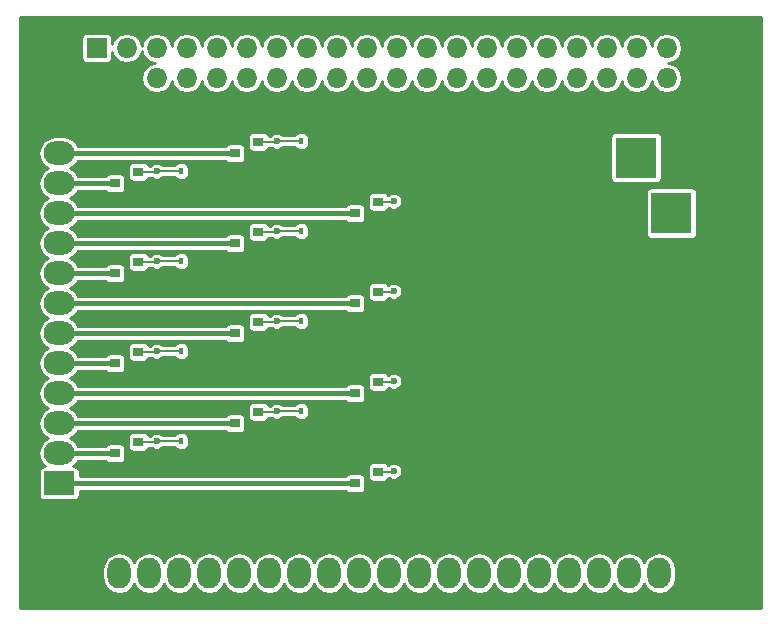
<source format=gtl>
G04 #@! TF.FileFunction,Copper,L1,Top,Signal*
%FSLAX46Y46*%
G04 Gerber Fmt 4.6, Leading zero omitted, Abs format (unit mm)*
G04 Created by KiCad (PCBNEW 4.0.7) date Tuesday, October 31, 2017 'AMt' 08:43:51 AM*
%MOMM*%
%LPD*%
G01*
G04 APERTURE LIST*
%ADD10C,0.100000*%
%ADD11R,1.720000X1.720000*%
%ADD12O,1.720000X1.720000*%
%ADD13R,0.400000X0.600000*%
%ADD14R,0.900000X0.800000*%
%ADD15R,2.600000X2.000000*%
%ADD16O,2.600000X2.000000*%
%ADD17R,2.000000X2.600000*%
%ADD18O,2.000000X2.600000*%
%ADD19R,3.500000X3.500000*%
%ADD20C,0.600000*%
%ADD21C,0.406400*%
%ADD22C,0.152400*%
%ADD23C,0.254000*%
G04 APERTURE END LIST*
D10*
D11*
X88900000Y-54610000D03*
D12*
X91440000Y-54610000D03*
X93980000Y-54610000D03*
X96520000Y-54610000D03*
X99060000Y-54610000D03*
X101600000Y-54610000D03*
X104140000Y-54610000D03*
X106680000Y-54610000D03*
X109220000Y-54610000D03*
X111760000Y-54610000D03*
X114300000Y-54610000D03*
X116840000Y-54610000D03*
X119380000Y-54610000D03*
X121920000Y-54610000D03*
X124460000Y-54610000D03*
X127000000Y-54610000D03*
X129540000Y-54610000D03*
X132080000Y-54610000D03*
X134620000Y-54610000D03*
X137160000Y-54610000D03*
X137160000Y-57150000D03*
X134620000Y-57150000D03*
X132080000Y-57150000D03*
X129540000Y-57150000D03*
X127000000Y-57150000D03*
X124460000Y-57150000D03*
X121920000Y-57150000D03*
X119380000Y-57150000D03*
X116840000Y-57150000D03*
X114300000Y-57150000D03*
X111760000Y-57150000D03*
X109220000Y-57150000D03*
X106680000Y-57150000D03*
X104140000Y-57150000D03*
X101600000Y-57150000D03*
X99060000Y-57150000D03*
X96520000Y-57150000D03*
X93980000Y-57150000D03*
X91440000Y-57150000D03*
X88900000Y-57150000D03*
D13*
X107130000Y-62484000D03*
X106230000Y-62484000D03*
X107130000Y-70104000D03*
X106230000Y-70104000D03*
X107130000Y-77724000D03*
X106230000Y-77724000D03*
X107130000Y-85344000D03*
X106230000Y-85344000D03*
X96970000Y-65024000D03*
X96070000Y-65024000D03*
X96970000Y-72644000D03*
X96070000Y-72644000D03*
X96970000Y-80264000D03*
X96070000Y-80264000D03*
X96970000Y-87884000D03*
X96070000Y-87884000D03*
D14*
X102600000Y-64450000D03*
X102600000Y-62550000D03*
X100600000Y-63500000D03*
X102600000Y-72070000D03*
X102600000Y-70170000D03*
X100600000Y-71120000D03*
X102600000Y-79690000D03*
X102600000Y-77790000D03*
X100600000Y-78740000D03*
X102600000Y-87310000D03*
X102600000Y-85410000D03*
X100600000Y-86360000D03*
X92440000Y-66990000D03*
X92440000Y-65090000D03*
X90440000Y-66040000D03*
X92440000Y-74610000D03*
X92440000Y-72710000D03*
X90440000Y-73660000D03*
X92440000Y-82230000D03*
X92440000Y-80330000D03*
X90440000Y-81280000D03*
X92440000Y-89850000D03*
X92440000Y-87950000D03*
X90440000Y-88900000D03*
X112760000Y-69530000D03*
X112760000Y-67630000D03*
X110760000Y-68580000D03*
X112760000Y-77150000D03*
X112760000Y-75250000D03*
X110760000Y-76200000D03*
X112760000Y-84770000D03*
X112760000Y-82870000D03*
X110760000Y-83820000D03*
X112760000Y-92390000D03*
X112760000Y-90490000D03*
X110760000Y-91440000D03*
D15*
X85725000Y-91440000D03*
D16*
X85725000Y-88900000D03*
X85725000Y-86360000D03*
X85725000Y-83820000D03*
X85725000Y-81280000D03*
X85725000Y-78740000D03*
X85725000Y-76200000D03*
X85725000Y-73660000D03*
X85725000Y-71120000D03*
X85725000Y-68580000D03*
X85725000Y-66040000D03*
X85725000Y-63500000D03*
D17*
X88265000Y-99060000D03*
D18*
X90805000Y-99060000D03*
X93345000Y-99060000D03*
X95885000Y-99060000D03*
X98425000Y-99060000D03*
X100965000Y-99060000D03*
X103505000Y-99060000D03*
X106045000Y-99060000D03*
X108585000Y-99060000D03*
X111125000Y-99060000D03*
X113665000Y-99060000D03*
X116205000Y-99060000D03*
X118745000Y-99060000D03*
X121285000Y-99060000D03*
X123825000Y-99060000D03*
X126365000Y-99060000D03*
X128905000Y-99060000D03*
X131445000Y-99060000D03*
X133985000Y-99060000D03*
X136525000Y-99060000D03*
D19*
X131572000Y-68580000D03*
X137572000Y-68580000D03*
X134572000Y-63880000D03*
D20*
X114046000Y-90424000D03*
X114046000Y-82804000D03*
X114046000Y-75184000D03*
X114046000Y-67564000D03*
X93980000Y-87884000D03*
X93980000Y-80264000D03*
X93980000Y-72644000D03*
X93980000Y-65024000D03*
X104140000Y-85344000D03*
X104140000Y-77724000D03*
X104140000Y-70104000D03*
X104140000Y-62484000D03*
D21*
X112760000Y-92390000D02*
X125034000Y-92390000D01*
X131445000Y-85979000D02*
X131445000Y-83185000D01*
X125034000Y-92390000D02*
X131445000Y-85979000D01*
X92440000Y-89850000D02*
X108270000Y-89850000D01*
X131445000Y-83185000D02*
X131445000Y-80645000D01*
X125984000Y-88646000D02*
X131445000Y-83185000D01*
X109474000Y-88646000D02*
X125984000Y-88646000D01*
X108270000Y-89850000D02*
X109474000Y-88646000D01*
X102600000Y-87310000D02*
X124780000Y-87310000D01*
X131445000Y-80645000D02*
X131445000Y-78105000D01*
X124780000Y-87310000D02*
X131445000Y-80645000D01*
X112760000Y-84770000D02*
X115890000Y-84770000D01*
X131445000Y-78105000D02*
X131445000Y-75565000D01*
X127000000Y-82550000D02*
X131445000Y-78105000D01*
X118110000Y-82550000D02*
X127000000Y-82550000D01*
X115890000Y-84770000D02*
X118110000Y-82550000D01*
X92440000Y-82230000D02*
X108270000Y-82230000D01*
X131445000Y-75565000D02*
X131445000Y-71755000D01*
X125984000Y-81026000D02*
X131445000Y-75565000D01*
X109474000Y-81026000D02*
X125984000Y-81026000D01*
X108270000Y-82230000D02*
X109474000Y-81026000D01*
X102600000Y-79690000D02*
X124526000Y-79690000D01*
X128524000Y-75692000D02*
X128524000Y-73406000D01*
X124526000Y-79690000D02*
X128524000Y-75692000D01*
X112760000Y-77150000D02*
X124272000Y-77150000D01*
X126238000Y-75184000D02*
X126238000Y-73406000D01*
X124272000Y-77150000D02*
X126238000Y-75184000D01*
X92440000Y-74610000D02*
X107508000Y-74610000D01*
X131445000Y-71755000D02*
X131445000Y-68580000D01*
X129794000Y-73406000D02*
X131445000Y-71755000D01*
X108712000Y-73406000D02*
X126238000Y-73406000D01*
X126238000Y-73406000D02*
X128524000Y-73406000D01*
X128524000Y-73406000D02*
X129794000Y-73406000D01*
X107508000Y-74610000D02*
X108712000Y-73406000D01*
X102600000Y-72070000D02*
X119954000Y-72070000D01*
X126746000Y-69342000D02*
X126746000Y-68580000D01*
X126238000Y-69850000D02*
X126746000Y-69342000D01*
X122174000Y-69850000D02*
X126238000Y-69850000D01*
X119954000Y-72070000D02*
X122174000Y-69850000D01*
X92440000Y-66990000D02*
X107508000Y-66990000D01*
X126746000Y-67310000D02*
X126746000Y-68580000D01*
X125476000Y-66548000D02*
X126746000Y-67310000D01*
X108458000Y-66548000D02*
X125476000Y-66548000D01*
X107508000Y-66990000D02*
X108458000Y-66548000D01*
X102600000Y-64450000D02*
X125410000Y-64450000D01*
X128270000Y-67310000D02*
X128270000Y-68580000D01*
X125410000Y-64450000D02*
X128270000Y-67310000D01*
X112760000Y-69530000D02*
X118176000Y-69530000D01*
X119126000Y-68580000D02*
X126746000Y-68580000D01*
X126746000Y-68580000D02*
X128270000Y-68580000D01*
X128270000Y-68580000D02*
X131445000Y-68580000D01*
X118176000Y-69530000D02*
X119126000Y-68580000D01*
X85725000Y-91440000D02*
X110760000Y-91440000D01*
X90440000Y-88900000D02*
X85725000Y-88900000D01*
X85725000Y-86360000D02*
X100600000Y-86360000D01*
X110760000Y-83820000D02*
X85725000Y-83820000D01*
X90440000Y-81280000D02*
X85725000Y-81280000D01*
X100600000Y-78740000D02*
X85725000Y-78740000D01*
X85725000Y-76200000D02*
X110760000Y-76200000D01*
X90440000Y-73660000D02*
X85725000Y-73660000D01*
X100600000Y-71120000D02*
X85725000Y-71120000D01*
X85725000Y-68580000D02*
X110760000Y-68580000D01*
X85725000Y-66040000D02*
X90440000Y-66040000D01*
X100600000Y-63500000D02*
X85725000Y-63500000D01*
D22*
X113980000Y-90490000D02*
X112760000Y-90490000D01*
X114046000Y-90424000D02*
X113980000Y-90490000D01*
X113980000Y-82870000D02*
X112760000Y-82870000D01*
X114046000Y-82804000D02*
X113980000Y-82870000D01*
X113980000Y-75250000D02*
X112760000Y-75250000D01*
X114046000Y-75184000D02*
X113980000Y-75250000D01*
X113980000Y-67630000D02*
X112760000Y-67630000D01*
X114046000Y-67564000D02*
X113980000Y-67630000D01*
X96070000Y-87884000D02*
X93980000Y-87884000D01*
X93914000Y-87950000D02*
X92440000Y-87950000D01*
X93980000Y-87884000D02*
X93914000Y-87950000D01*
X96070000Y-80264000D02*
X93980000Y-80264000D01*
X93914000Y-80330000D02*
X92440000Y-80330000D01*
X93980000Y-80264000D02*
X93914000Y-80330000D01*
X96070000Y-72644000D02*
X93980000Y-72644000D01*
X93914000Y-72710000D02*
X92440000Y-72710000D01*
X93980000Y-72644000D02*
X93914000Y-72710000D01*
X96012000Y-65024000D02*
X96070000Y-65024000D01*
X96012000Y-65024000D02*
X93980000Y-65024000D01*
X93914000Y-65090000D02*
X92440000Y-65090000D01*
X93980000Y-65024000D02*
X93914000Y-65090000D01*
X106230000Y-85344000D02*
X104140000Y-85344000D01*
X104074000Y-85410000D02*
X102600000Y-85410000D01*
X104140000Y-85344000D02*
X104074000Y-85410000D01*
X104140000Y-77724000D02*
X106230000Y-77724000D01*
X104074000Y-77790000D02*
X102600000Y-77790000D01*
X104140000Y-77724000D02*
X104074000Y-77790000D01*
X106230000Y-70104000D02*
X104140000Y-70104000D01*
X104074000Y-70170000D02*
X102600000Y-70170000D01*
X104140000Y-70104000D02*
X104074000Y-70170000D01*
X106230000Y-62484000D02*
X104140000Y-62484000D01*
X104074000Y-62550000D02*
X102600000Y-62550000D01*
X104140000Y-62484000D02*
X104074000Y-62550000D01*
D23*
G36*
X145161000Y-101981000D02*
X82423000Y-101981000D01*
X82423000Y-98726166D01*
X89378000Y-98726166D01*
X89378000Y-99393834D01*
X89486624Y-99939923D01*
X89795959Y-100402875D01*
X90258911Y-100712210D01*
X90805000Y-100820834D01*
X91351089Y-100712210D01*
X91814041Y-100402875D01*
X92075000Y-100012323D01*
X92335959Y-100402875D01*
X92798911Y-100712210D01*
X93345000Y-100820834D01*
X93891089Y-100712210D01*
X94354041Y-100402875D01*
X94615000Y-100012323D01*
X94875959Y-100402875D01*
X95338911Y-100712210D01*
X95885000Y-100820834D01*
X96431089Y-100712210D01*
X96894041Y-100402875D01*
X97155000Y-100012323D01*
X97415959Y-100402875D01*
X97878911Y-100712210D01*
X98425000Y-100820834D01*
X98971089Y-100712210D01*
X99434041Y-100402875D01*
X99695000Y-100012323D01*
X99955959Y-100402875D01*
X100418911Y-100712210D01*
X100965000Y-100820834D01*
X101511089Y-100712210D01*
X101974041Y-100402875D01*
X102235000Y-100012323D01*
X102495959Y-100402875D01*
X102958911Y-100712210D01*
X103505000Y-100820834D01*
X104051089Y-100712210D01*
X104514041Y-100402875D01*
X104775000Y-100012323D01*
X105035959Y-100402875D01*
X105498911Y-100712210D01*
X106045000Y-100820834D01*
X106591089Y-100712210D01*
X107054041Y-100402875D01*
X107315000Y-100012323D01*
X107575959Y-100402875D01*
X108038911Y-100712210D01*
X108585000Y-100820834D01*
X109131089Y-100712210D01*
X109594041Y-100402875D01*
X109855000Y-100012323D01*
X110115959Y-100402875D01*
X110578911Y-100712210D01*
X111125000Y-100820834D01*
X111671089Y-100712210D01*
X112134041Y-100402875D01*
X112395000Y-100012323D01*
X112655959Y-100402875D01*
X113118911Y-100712210D01*
X113665000Y-100820834D01*
X114211089Y-100712210D01*
X114674041Y-100402875D01*
X114935000Y-100012323D01*
X115195959Y-100402875D01*
X115658911Y-100712210D01*
X116205000Y-100820834D01*
X116751089Y-100712210D01*
X117214041Y-100402875D01*
X117475000Y-100012323D01*
X117735959Y-100402875D01*
X118198911Y-100712210D01*
X118745000Y-100820834D01*
X119291089Y-100712210D01*
X119754041Y-100402875D01*
X120015000Y-100012323D01*
X120275959Y-100402875D01*
X120738911Y-100712210D01*
X121285000Y-100820834D01*
X121831089Y-100712210D01*
X122294041Y-100402875D01*
X122555000Y-100012323D01*
X122815959Y-100402875D01*
X123278911Y-100712210D01*
X123825000Y-100820834D01*
X124371089Y-100712210D01*
X124834041Y-100402875D01*
X125095000Y-100012323D01*
X125355959Y-100402875D01*
X125818911Y-100712210D01*
X126365000Y-100820834D01*
X126911089Y-100712210D01*
X127374041Y-100402875D01*
X127635000Y-100012323D01*
X127895959Y-100402875D01*
X128358911Y-100712210D01*
X128905000Y-100820834D01*
X129451089Y-100712210D01*
X129914041Y-100402875D01*
X130175000Y-100012323D01*
X130435959Y-100402875D01*
X130898911Y-100712210D01*
X131445000Y-100820834D01*
X131991089Y-100712210D01*
X132454041Y-100402875D01*
X132715000Y-100012323D01*
X132975959Y-100402875D01*
X133438911Y-100712210D01*
X133985000Y-100820834D01*
X134531089Y-100712210D01*
X134994041Y-100402875D01*
X135255000Y-100012323D01*
X135515959Y-100402875D01*
X135978911Y-100712210D01*
X136525000Y-100820834D01*
X137071089Y-100712210D01*
X137534041Y-100402875D01*
X137843376Y-99939923D01*
X137952000Y-99393834D01*
X137952000Y-98726166D01*
X137843376Y-98180077D01*
X137534041Y-97717125D01*
X137071089Y-97407790D01*
X136525000Y-97299166D01*
X135978911Y-97407790D01*
X135515959Y-97717125D01*
X135255000Y-98107677D01*
X134994041Y-97717125D01*
X134531089Y-97407790D01*
X133985000Y-97299166D01*
X133438911Y-97407790D01*
X132975959Y-97717125D01*
X132715000Y-98107677D01*
X132454041Y-97717125D01*
X131991089Y-97407790D01*
X131445000Y-97299166D01*
X130898911Y-97407790D01*
X130435959Y-97717125D01*
X130175000Y-98107677D01*
X129914041Y-97717125D01*
X129451089Y-97407790D01*
X128905000Y-97299166D01*
X128358911Y-97407790D01*
X127895959Y-97717125D01*
X127635000Y-98107677D01*
X127374041Y-97717125D01*
X126911089Y-97407790D01*
X126365000Y-97299166D01*
X125818911Y-97407790D01*
X125355959Y-97717125D01*
X125095000Y-98107677D01*
X124834041Y-97717125D01*
X124371089Y-97407790D01*
X123825000Y-97299166D01*
X123278911Y-97407790D01*
X122815959Y-97717125D01*
X122555000Y-98107677D01*
X122294041Y-97717125D01*
X121831089Y-97407790D01*
X121285000Y-97299166D01*
X120738911Y-97407790D01*
X120275959Y-97717125D01*
X120015000Y-98107677D01*
X119754041Y-97717125D01*
X119291089Y-97407790D01*
X118745000Y-97299166D01*
X118198911Y-97407790D01*
X117735959Y-97717125D01*
X117475000Y-98107677D01*
X117214041Y-97717125D01*
X116751089Y-97407790D01*
X116205000Y-97299166D01*
X115658911Y-97407790D01*
X115195959Y-97717125D01*
X114935000Y-98107677D01*
X114674041Y-97717125D01*
X114211089Y-97407790D01*
X113665000Y-97299166D01*
X113118911Y-97407790D01*
X112655959Y-97717125D01*
X112395000Y-98107677D01*
X112134041Y-97717125D01*
X111671089Y-97407790D01*
X111125000Y-97299166D01*
X110578911Y-97407790D01*
X110115959Y-97717125D01*
X109855000Y-98107677D01*
X109594041Y-97717125D01*
X109131089Y-97407790D01*
X108585000Y-97299166D01*
X108038911Y-97407790D01*
X107575959Y-97717125D01*
X107315000Y-98107677D01*
X107054041Y-97717125D01*
X106591089Y-97407790D01*
X106045000Y-97299166D01*
X105498911Y-97407790D01*
X105035959Y-97717125D01*
X104775000Y-98107677D01*
X104514041Y-97717125D01*
X104051089Y-97407790D01*
X103505000Y-97299166D01*
X102958911Y-97407790D01*
X102495959Y-97717125D01*
X102235000Y-98107677D01*
X101974041Y-97717125D01*
X101511089Y-97407790D01*
X100965000Y-97299166D01*
X100418911Y-97407790D01*
X99955959Y-97717125D01*
X99695000Y-98107677D01*
X99434041Y-97717125D01*
X98971089Y-97407790D01*
X98425000Y-97299166D01*
X97878911Y-97407790D01*
X97415959Y-97717125D01*
X97155000Y-98107677D01*
X96894041Y-97717125D01*
X96431089Y-97407790D01*
X95885000Y-97299166D01*
X95338911Y-97407790D01*
X94875959Y-97717125D01*
X94615000Y-98107677D01*
X94354041Y-97717125D01*
X93891089Y-97407790D01*
X93345000Y-97299166D01*
X92798911Y-97407790D01*
X92335959Y-97717125D01*
X92075000Y-98107677D01*
X91814041Y-97717125D01*
X91351089Y-97407790D01*
X90805000Y-97299166D01*
X90258911Y-97407790D01*
X89795959Y-97717125D01*
X89486624Y-98180077D01*
X89378000Y-98726166D01*
X82423000Y-98726166D01*
X82423000Y-63500000D01*
X83964166Y-63500000D01*
X84072790Y-64046089D01*
X84382125Y-64509041D01*
X84772677Y-64770000D01*
X84382125Y-65030959D01*
X84072790Y-65493911D01*
X83964166Y-66040000D01*
X84072790Y-66586089D01*
X84382125Y-67049041D01*
X84772677Y-67310000D01*
X84382125Y-67570959D01*
X84072790Y-68033911D01*
X83964166Y-68580000D01*
X84072790Y-69126089D01*
X84382125Y-69589041D01*
X84772677Y-69850000D01*
X84382125Y-70110959D01*
X84072790Y-70573911D01*
X83964166Y-71120000D01*
X84072790Y-71666089D01*
X84382125Y-72129041D01*
X84772677Y-72390000D01*
X84382125Y-72650959D01*
X84072790Y-73113911D01*
X83964166Y-73660000D01*
X84072790Y-74206089D01*
X84382125Y-74669041D01*
X84772677Y-74930000D01*
X84382125Y-75190959D01*
X84072790Y-75653911D01*
X83964166Y-76200000D01*
X84072790Y-76746089D01*
X84382125Y-77209041D01*
X84772677Y-77470000D01*
X84382125Y-77730959D01*
X84072790Y-78193911D01*
X83964166Y-78740000D01*
X84072790Y-79286089D01*
X84382125Y-79749041D01*
X84772677Y-80010000D01*
X84382125Y-80270959D01*
X84072790Y-80733911D01*
X83964166Y-81280000D01*
X84072790Y-81826089D01*
X84382125Y-82289041D01*
X84772677Y-82550000D01*
X84382125Y-82810959D01*
X84072790Y-83273911D01*
X83964166Y-83820000D01*
X84072790Y-84366089D01*
X84382125Y-84829041D01*
X84772677Y-85090000D01*
X84382125Y-85350959D01*
X84072790Y-85813911D01*
X83964166Y-86360000D01*
X84072790Y-86906089D01*
X84382125Y-87369041D01*
X84772677Y-87630000D01*
X84382125Y-87890959D01*
X84072790Y-88353911D01*
X83964166Y-88900000D01*
X84072790Y-89446089D01*
X84382125Y-89909041D01*
X84525191Y-90004635D01*
X84425000Y-90004635D01*
X84266763Y-90034409D01*
X84121433Y-90127927D01*
X84023936Y-90270619D01*
X83989635Y-90440000D01*
X83989635Y-92440000D01*
X84019409Y-92598237D01*
X84112927Y-92743567D01*
X84255619Y-92841064D01*
X84425000Y-92875365D01*
X87025000Y-92875365D01*
X87183237Y-92845591D01*
X87328567Y-92752073D01*
X87426064Y-92609381D01*
X87460365Y-92440000D01*
X87460365Y-92070200D01*
X109950716Y-92070200D01*
X109997927Y-92143567D01*
X110140619Y-92241064D01*
X110310000Y-92275365D01*
X111210000Y-92275365D01*
X111368237Y-92245591D01*
X111513567Y-92152073D01*
X111611064Y-92009381D01*
X111645365Y-91840000D01*
X111645365Y-91040000D01*
X111615591Y-90881763D01*
X111522073Y-90736433D01*
X111379381Y-90638936D01*
X111210000Y-90604635D01*
X110310000Y-90604635D01*
X110151763Y-90634409D01*
X110006433Y-90727927D01*
X109950492Y-90809800D01*
X87460365Y-90809800D01*
X87460365Y-90440000D01*
X87430591Y-90281763D01*
X87337073Y-90136433D01*
X87269116Y-90090000D01*
X111874635Y-90090000D01*
X111874635Y-90890000D01*
X111904409Y-91048237D01*
X111997927Y-91193567D01*
X112140619Y-91291064D01*
X112310000Y-91325365D01*
X113210000Y-91325365D01*
X113368237Y-91295591D01*
X113513567Y-91202073D01*
X113611064Y-91059381D01*
X113618143Y-91024427D01*
X113633650Y-91039961D01*
X113900756Y-91150874D01*
X114189975Y-91151126D01*
X114457275Y-91040680D01*
X114661961Y-90836350D01*
X114772874Y-90569244D01*
X114773126Y-90280025D01*
X114662680Y-90012725D01*
X114458350Y-89808039D01*
X114191244Y-89697126D01*
X113902025Y-89696874D01*
X113634725Y-89807320D01*
X113574317Y-89867623D01*
X113522073Y-89786433D01*
X113379381Y-89688936D01*
X113210000Y-89654635D01*
X112310000Y-89654635D01*
X112151763Y-89684409D01*
X112006433Y-89777927D01*
X111908936Y-89920619D01*
X111874635Y-90090000D01*
X87269116Y-90090000D01*
X87194381Y-90038936D01*
X87025000Y-90004635D01*
X86924809Y-90004635D01*
X87067875Y-89909041D01*
X87321009Y-89530200D01*
X89630716Y-89530200D01*
X89677927Y-89603567D01*
X89820619Y-89701064D01*
X89990000Y-89735365D01*
X90890000Y-89735365D01*
X91048237Y-89705591D01*
X91193567Y-89612073D01*
X91291064Y-89469381D01*
X91325365Y-89300000D01*
X91325365Y-88500000D01*
X91295591Y-88341763D01*
X91202073Y-88196433D01*
X91059381Y-88098936D01*
X90890000Y-88064635D01*
X89990000Y-88064635D01*
X89831763Y-88094409D01*
X89686433Y-88187927D01*
X89630492Y-88269800D01*
X87321009Y-88269800D01*
X87067875Y-87890959D01*
X86677323Y-87630000D01*
X86797051Y-87550000D01*
X91554635Y-87550000D01*
X91554635Y-88350000D01*
X91584409Y-88508237D01*
X91677927Y-88653567D01*
X91820619Y-88751064D01*
X91990000Y-88785365D01*
X92890000Y-88785365D01*
X93048237Y-88755591D01*
X93193567Y-88662073D01*
X93291064Y-88519381D01*
X93304466Y-88453200D01*
X93520970Y-88453200D01*
X93567650Y-88499961D01*
X93834756Y-88610874D01*
X94123975Y-88611126D01*
X94391275Y-88500680D01*
X94504953Y-88387200D01*
X95493342Y-88387200D01*
X95557927Y-88487567D01*
X95700619Y-88585064D01*
X95870000Y-88619365D01*
X96270000Y-88619365D01*
X96428237Y-88589591D01*
X96573567Y-88496073D01*
X96671064Y-88353381D01*
X96705365Y-88184000D01*
X96705365Y-87584000D01*
X96675591Y-87425763D01*
X96582073Y-87280433D01*
X96439381Y-87182936D01*
X96270000Y-87148635D01*
X95870000Y-87148635D01*
X95711763Y-87178409D01*
X95566433Y-87271927D01*
X95492043Y-87380800D01*
X94504915Y-87380800D01*
X94392350Y-87268039D01*
X94125244Y-87157126D01*
X93836025Y-87156874D01*
X93568725Y-87267320D01*
X93388932Y-87446800D01*
X93305947Y-87446800D01*
X93295591Y-87391763D01*
X93202073Y-87246433D01*
X93059381Y-87148936D01*
X92890000Y-87114635D01*
X91990000Y-87114635D01*
X91831763Y-87144409D01*
X91686433Y-87237927D01*
X91588936Y-87380619D01*
X91554635Y-87550000D01*
X86797051Y-87550000D01*
X87067875Y-87369041D01*
X87321009Y-86990200D01*
X99790716Y-86990200D01*
X99837927Y-87063567D01*
X99980619Y-87161064D01*
X100150000Y-87195365D01*
X101050000Y-87195365D01*
X101208237Y-87165591D01*
X101353567Y-87072073D01*
X101451064Y-86929381D01*
X101485365Y-86760000D01*
X101485365Y-85960000D01*
X101455591Y-85801763D01*
X101362073Y-85656433D01*
X101219381Y-85558936D01*
X101050000Y-85524635D01*
X100150000Y-85524635D01*
X99991763Y-85554409D01*
X99846433Y-85647927D01*
X99790492Y-85729800D01*
X87321009Y-85729800D01*
X87067875Y-85350959D01*
X86677323Y-85090000D01*
X86797051Y-85010000D01*
X101714635Y-85010000D01*
X101714635Y-85810000D01*
X101744409Y-85968237D01*
X101837927Y-86113567D01*
X101980619Y-86211064D01*
X102150000Y-86245365D01*
X103050000Y-86245365D01*
X103208237Y-86215591D01*
X103353567Y-86122073D01*
X103451064Y-85979381D01*
X103464466Y-85913200D01*
X103680970Y-85913200D01*
X103727650Y-85959961D01*
X103994756Y-86070874D01*
X104283975Y-86071126D01*
X104551275Y-85960680D01*
X104664953Y-85847200D01*
X105653342Y-85847200D01*
X105717927Y-85947567D01*
X105860619Y-86045064D01*
X106030000Y-86079365D01*
X106430000Y-86079365D01*
X106588237Y-86049591D01*
X106733567Y-85956073D01*
X106831064Y-85813381D01*
X106865365Y-85644000D01*
X106865365Y-85044000D01*
X106835591Y-84885763D01*
X106742073Y-84740433D01*
X106599381Y-84642936D01*
X106430000Y-84608635D01*
X106030000Y-84608635D01*
X105871763Y-84638409D01*
X105726433Y-84731927D01*
X105652043Y-84840800D01*
X104664915Y-84840800D01*
X104552350Y-84728039D01*
X104285244Y-84617126D01*
X103996025Y-84616874D01*
X103728725Y-84727320D01*
X103548932Y-84906800D01*
X103465947Y-84906800D01*
X103455591Y-84851763D01*
X103362073Y-84706433D01*
X103219381Y-84608936D01*
X103050000Y-84574635D01*
X102150000Y-84574635D01*
X101991763Y-84604409D01*
X101846433Y-84697927D01*
X101748936Y-84840619D01*
X101714635Y-85010000D01*
X86797051Y-85010000D01*
X87067875Y-84829041D01*
X87321009Y-84450200D01*
X109950716Y-84450200D01*
X109997927Y-84523567D01*
X110140619Y-84621064D01*
X110310000Y-84655365D01*
X111210000Y-84655365D01*
X111368237Y-84625591D01*
X111513567Y-84532073D01*
X111611064Y-84389381D01*
X111645365Y-84220000D01*
X111645365Y-83420000D01*
X111615591Y-83261763D01*
X111522073Y-83116433D01*
X111379381Y-83018936D01*
X111210000Y-82984635D01*
X110310000Y-82984635D01*
X110151763Y-83014409D01*
X110006433Y-83107927D01*
X109950492Y-83189800D01*
X87321009Y-83189800D01*
X87067875Y-82810959D01*
X86677323Y-82550000D01*
X86797051Y-82470000D01*
X111874635Y-82470000D01*
X111874635Y-83270000D01*
X111904409Y-83428237D01*
X111997927Y-83573567D01*
X112140619Y-83671064D01*
X112310000Y-83705365D01*
X113210000Y-83705365D01*
X113368237Y-83675591D01*
X113513567Y-83582073D01*
X113611064Y-83439381D01*
X113618143Y-83404427D01*
X113633650Y-83419961D01*
X113900756Y-83530874D01*
X114189975Y-83531126D01*
X114457275Y-83420680D01*
X114661961Y-83216350D01*
X114772874Y-82949244D01*
X114773126Y-82660025D01*
X114662680Y-82392725D01*
X114458350Y-82188039D01*
X114191244Y-82077126D01*
X113902025Y-82076874D01*
X113634725Y-82187320D01*
X113574317Y-82247623D01*
X113522073Y-82166433D01*
X113379381Y-82068936D01*
X113210000Y-82034635D01*
X112310000Y-82034635D01*
X112151763Y-82064409D01*
X112006433Y-82157927D01*
X111908936Y-82300619D01*
X111874635Y-82470000D01*
X86797051Y-82470000D01*
X87067875Y-82289041D01*
X87321009Y-81910200D01*
X89630716Y-81910200D01*
X89677927Y-81983567D01*
X89820619Y-82081064D01*
X89990000Y-82115365D01*
X90890000Y-82115365D01*
X91048237Y-82085591D01*
X91193567Y-81992073D01*
X91291064Y-81849381D01*
X91325365Y-81680000D01*
X91325365Y-80880000D01*
X91295591Y-80721763D01*
X91202073Y-80576433D01*
X91059381Y-80478936D01*
X90890000Y-80444635D01*
X89990000Y-80444635D01*
X89831763Y-80474409D01*
X89686433Y-80567927D01*
X89630492Y-80649800D01*
X87321009Y-80649800D01*
X87067875Y-80270959D01*
X86677323Y-80010000D01*
X86797051Y-79930000D01*
X91554635Y-79930000D01*
X91554635Y-80730000D01*
X91584409Y-80888237D01*
X91677927Y-81033567D01*
X91820619Y-81131064D01*
X91990000Y-81165365D01*
X92890000Y-81165365D01*
X93048237Y-81135591D01*
X93193567Y-81042073D01*
X93291064Y-80899381D01*
X93304466Y-80833200D01*
X93520970Y-80833200D01*
X93567650Y-80879961D01*
X93834756Y-80990874D01*
X94123975Y-80991126D01*
X94391275Y-80880680D01*
X94504953Y-80767200D01*
X95493342Y-80767200D01*
X95557927Y-80867567D01*
X95700619Y-80965064D01*
X95870000Y-80999365D01*
X96270000Y-80999365D01*
X96428237Y-80969591D01*
X96573567Y-80876073D01*
X96671064Y-80733381D01*
X96705365Y-80564000D01*
X96705365Y-79964000D01*
X96675591Y-79805763D01*
X96582073Y-79660433D01*
X96439381Y-79562936D01*
X96270000Y-79528635D01*
X95870000Y-79528635D01*
X95711763Y-79558409D01*
X95566433Y-79651927D01*
X95492043Y-79760800D01*
X94504915Y-79760800D01*
X94392350Y-79648039D01*
X94125244Y-79537126D01*
X93836025Y-79536874D01*
X93568725Y-79647320D01*
X93388932Y-79826800D01*
X93305947Y-79826800D01*
X93295591Y-79771763D01*
X93202073Y-79626433D01*
X93059381Y-79528936D01*
X92890000Y-79494635D01*
X91990000Y-79494635D01*
X91831763Y-79524409D01*
X91686433Y-79617927D01*
X91588936Y-79760619D01*
X91554635Y-79930000D01*
X86797051Y-79930000D01*
X87067875Y-79749041D01*
X87321009Y-79370200D01*
X99790716Y-79370200D01*
X99837927Y-79443567D01*
X99980619Y-79541064D01*
X100150000Y-79575365D01*
X101050000Y-79575365D01*
X101208237Y-79545591D01*
X101353567Y-79452073D01*
X101451064Y-79309381D01*
X101485365Y-79140000D01*
X101485365Y-78340000D01*
X101455591Y-78181763D01*
X101362073Y-78036433D01*
X101219381Y-77938936D01*
X101050000Y-77904635D01*
X100150000Y-77904635D01*
X99991763Y-77934409D01*
X99846433Y-78027927D01*
X99790492Y-78109800D01*
X87321009Y-78109800D01*
X87067875Y-77730959D01*
X86677323Y-77470000D01*
X86797051Y-77390000D01*
X101714635Y-77390000D01*
X101714635Y-78190000D01*
X101744409Y-78348237D01*
X101837927Y-78493567D01*
X101980619Y-78591064D01*
X102150000Y-78625365D01*
X103050000Y-78625365D01*
X103208237Y-78595591D01*
X103353567Y-78502073D01*
X103451064Y-78359381D01*
X103464466Y-78293200D01*
X103680970Y-78293200D01*
X103727650Y-78339961D01*
X103994756Y-78450874D01*
X104283975Y-78451126D01*
X104551275Y-78340680D01*
X104664953Y-78227200D01*
X105653342Y-78227200D01*
X105717927Y-78327567D01*
X105860619Y-78425064D01*
X106030000Y-78459365D01*
X106430000Y-78459365D01*
X106588237Y-78429591D01*
X106733567Y-78336073D01*
X106831064Y-78193381D01*
X106865365Y-78024000D01*
X106865365Y-77424000D01*
X106835591Y-77265763D01*
X106742073Y-77120433D01*
X106599381Y-77022936D01*
X106430000Y-76988635D01*
X106030000Y-76988635D01*
X105871763Y-77018409D01*
X105726433Y-77111927D01*
X105652043Y-77220800D01*
X104664915Y-77220800D01*
X104552350Y-77108039D01*
X104285244Y-76997126D01*
X103996025Y-76996874D01*
X103728725Y-77107320D01*
X103548932Y-77286800D01*
X103465947Y-77286800D01*
X103455591Y-77231763D01*
X103362073Y-77086433D01*
X103219381Y-76988936D01*
X103050000Y-76954635D01*
X102150000Y-76954635D01*
X101991763Y-76984409D01*
X101846433Y-77077927D01*
X101748936Y-77220619D01*
X101714635Y-77390000D01*
X86797051Y-77390000D01*
X87067875Y-77209041D01*
X87321009Y-76830200D01*
X109950716Y-76830200D01*
X109997927Y-76903567D01*
X110140619Y-77001064D01*
X110310000Y-77035365D01*
X111210000Y-77035365D01*
X111368237Y-77005591D01*
X111513567Y-76912073D01*
X111611064Y-76769381D01*
X111645365Y-76600000D01*
X111645365Y-75800000D01*
X111615591Y-75641763D01*
X111522073Y-75496433D01*
X111379381Y-75398936D01*
X111210000Y-75364635D01*
X110310000Y-75364635D01*
X110151763Y-75394409D01*
X110006433Y-75487927D01*
X109950492Y-75569800D01*
X87321009Y-75569800D01*
X87067875Y-75190959D01*
X86677323Y-74930000D01*
X86797051Y-74850000D01*
X111874635Y-74850000D01*
X111874635Y-75650000D01*
X111904409Y-75808237D01*
X111997927Y-75953567D01*
X112140619Y-76051064D01*
X112310000Y-76085365D01*
X113210000Y-76085365D01*
X113368237Y-76055591D01*
X113513567Y-75962073D01*
X113611064Y-75819381D01*
X113618143Y-75784427D01*
X113633650Y-75799961D01*
X113900756Y-75910874D01*
X114189975Y-75911126D01*
X114457275Y-75800680D01*
X114661961Y-75596350D01*
X114772874Y-75329244D01*
X114773126Y-75040025D01*
X114662680Y-74772725D01*
X114458350Y-74568039D01*
X114191244Y-74457126D01*
X113902025Y-74456874D01*
X113634725Y-74567320D01*
X113574317Y-74627623D01*
X113522073Y-74546433D01*
X113379381Y-74448936D01*
X113210000Y-74414635D01*
X112310000Y-74414635D01*
X112151763Y-74444409D01*
X112006433Y-74537927D01*
X111908936Y-74680619D01*
X111874635Y-74850000D01*
X86797051Y-74850000D01*
X87067875Y-74669041D01*
X87321009Y-74290200D01*
X89630716Y-74290200D01*
X89677927Y-74363567D01*
X89820619Y-74461064D01*
X89990000Y-74495365D01*
X90890000Y-74495365D01*
X91048237Y-74465591D01*
X91193567Y-74372073D01*
X91291064Y-74229381D01*
X91325365Y-74060000D01*
X91325365Y-73260000D01*
X91295591Y-73101763D01*
X91202073Y-72956433D01*
X91059381Y-72858936D01*
X90890000Y-72824635D01*
X89990000Y-72824635D01*
X89831763Y-72854409D01*
X89686433Y-72947927D01*
X89630492Y-73029800D01*
X87321009Y-73029800D01*
X87067875Y-72650959D01*
X86677323Y-72390000D01*
X86797051Y-72310000D01*
X91554635Y-72310000D01*
X91554635Y-73110000D01*
X91584409Y-73268237D01*
X91677927Y-73413567D01*
X91820619Y-73511064D01*
X91990000Y-73545365D01*
X92890000Y-73545365D01*
X93048237Y-73515591D01*
X93193567Y-73422073D01*
X93291064Y-73279381D01*
X93304466Y-73213200D01*
X93520970Y-73213200D01*
X93567650Y-73259961D01*
X93834756Y-73370874D01*
X94123975Y-73371126D01*
X94391275Y-73260680D01*
X94504953Y-73147200D01*
X95493342Y-73147200D01*
X95557927Y-73247567D01*
X95700619Y-73345064D01*
X95870000Y-73379365D01*
X96270000Y-73379365D01*
X96428237Y-73349591D01*
X96573567Y-73256073D01*
X96671064Y-73113381D01*
X96705365Y-72944000D01*
X96705365Y-72344000D01*
X96675591Y-72185763D01*
X96582073Y-72040433D01*
X96439381Y-71942936D01*
X96270000Y-71908635D01*
X95870000Y-71908635D01*
X95711763Y-71938409D01*
X95566433Y-72031927D01*
X95492043Y-72140800D01*
X94504915Y-72140800D01*
X94392350Y-72028039D01*
X94125244Y-71917126D01*
X93836025Y-71916874D01*
X93568725Y-72027320D01*
X93388932Y-72206800D01*
X93305947Y-72206800D01*
X93295591Y-72151763D01*
X93202073Y-72006433D01*
X93059381Y-71908936D01*
X92890000Y-71874635D01*
X91990000Y-71874635D01*
X91831763Y-71904409D01*
X91686433Y-71997927D01*
X91588936Y-72140619D01*
X91554635Y-72310000D01*
X86797051Y-72310000D01*
X87067875Y-72129041D01*
X87321009Y-71750200D01*
X99790716Y-71750200D01*
X99837927Y-71823567D01*
X99980619Y-71921064D01*
X100150000Y-71955365D01*
X101050000Y-71955365D01*
X101208237Y-71925591D01*
X101353567Y-71832073D01*
X101451064Y-71689381D01*
X101485365Y-71520000D01*
X101485365Y-70720000D01*
X101455591Y-70561763D01*
X101362073Y-70416433D01*
X101219381Y-70318936D01*
X101050000Y-70284635D01*
X100150000Y-70284635D01*
X99991763Y-70314409D01*
X99846433Y-70407927D01*
X99790492Y-70489800D01*
X87321009Y-70489800D01*
X87067875Y-70110959D01*
X86677323Y-69850000D01*
X86797051Y-69770000D01*
X101714635Y-69770000D01*
X101714635Y-70570000D01*
X101744409Y-70728237D01*
X101837927Y-70873567D01*
X101980619Y-70971064D01*
X102150000Y-71005365D01*
X103050000Y-71005365D01*
X103208237Y-70975591D01*
X103353567Y-70882073D01*
X103451064Y-70739381D01*
X103464466Y-70673200D01*
X103680970Y-70673200D01*
X103727650Y-70719961D01*
X103994756Y-70830874D01*
X104283975Y-70831126D01*
X104551275Y-70720680D01*
X104664953Y-70607200D01*
X105653342Y-70607200D01*
X105717927Y-70707567D01*
X105860619Y-70805064D01*
X106030000Y-70839365D01*
X106430000Y-70839365D01*
X106588237Y-70809591D01*
X106733567Y-70716073D01*
X106831064Y-70573381D01*
X106865365Y-70404000D01*
X106865365Y-69804000D01*
X106835591Y-69645763D01*
X106742073Y-69500433D01*
X106599381Y-69402936D01*
X106430000Y-69368635D01*
X106030000Y-69368635D01*
X105871763Y-69398409D01*
X105726433Y-69491927D01*
X105652043Y-69600800D01*
X104664915Y-69600800D01*
X104552350Y-69488039D01*
X104285244Y-69377126D01*
X103996025Y-69376874D01*
X103728725Y-69487320D01*
X103548932Y-69666800D01*
X103465947Y-69666800D01*
X103455591Y-69611763D01*
X103362073Y-69466433D01*
X103219381Y-69368936D01*
X103050000Y-69334635D01*
X102150000Y-69334635D01*
X101991763Y-69364409D01*
X101846433Y-69457927D01*
X101748936Y-69600619D01*
X101714635Y-69770000D01*
X86797051Y-69770000D01*
X87067875Y-69589041D01*
X87321009Y-69210200D01*
X109950716Y-69210200D01*
X109997927Y-69283567D01*
X110140619Y-69381064D01*
X110310000Y-69415365D01*
X111210000Y-69415365D01*
X111368237Y-69385591D01*
X111513567Y-69292073D01*
X111611064Y-69149381D01*
X111645365Y-68980000D01*
X111645365Y-68180000D01*
X111615591Y-68021763D01*
X111522073Y-67876433D01*
X111379381Y-67778936D01*
X111210000Y-67744635D01*
X110310000Y-67744635D01*
X110151763Y-67774409D01*
X110006433Y-67867927D01*
X109950492Y-67949800D01*
X87321009Y-67949800D01*
X87067875Y-67570959D01*
X86677323Y-67310000D01*
X86797051Y-67230000D01*
X111874635Y-67230000D01*
X111874635Y-68030000D01*
X111904409Y-68188237D01*
X111997927Y-68333567D01*
X112140619Y-68431064D01*
X112310000Y-68465365D01*
X113210000Y-68465365D01*
X113368237Y-68435591D01*
X113513567Y-68342073D01*
X113611064Y-68199381D01*
X113618143Y-68164427D01*
X113633650Y-68179961D01*
X113900756Y-68290874D01*
X114189975Y-68291126D01*
X114457275Y-68180680D01*
X114661961Y-67976350D01*
X114772874Y-67709244D01*
X114773126Y-67420025D01*
X114662680Y-67152725D01*
X114458350Y-66948039D01*
X114191244Y-66837126D01*
X113902025Y-66836874D01*
X113634725Y-66947320D01*
X113574317Y-67007623D01*
X113522073Y-66926433D01*
X113380939Y-66830000D01*
X135386635Y-66830000D01*
X135386635Y-70330000D01*
X135416409Y-70488237D01*
X135509927Y-70633567D01*
X135652619Y-70731064D01*
X135822000Y-70765365D01*
X139322000Y-70765365D01*
X139480237Y-70735591D01*
X139625567Y-70642073D01*
X139723064Y-70499381D01*
X139757365Y-70330000D01*
X139757365Y-66830000D01*
X139727591Y-66671763D01*
X139634073Y-66526433D01*
X139491381Y-66428936D01*
X139322000Y-66394635D01*
X135822000Y-66394635D01*
X135663763Y-66424409D01*
X135518433Y-66517927D01*
X135420936Y-66660619D01*
X135386635Y-66830000D01*
X113380939Y-66830000D01*
X113379381Y-66828936D01*
X113210000Y-66794635D01*
X112310000Y-66794635D01*
X112151763Y-66824409D01*
X112006433Y-66917927D01*
X111908936Y-67060619D01*
X111874635Y-67230000D01*
X86797051Y-67230000D01*
X87067875Y-67049041D01*
X87321009Y-66670200D01*
X89630716Y-66670200D01*
X89677927Y-66743567D01*
X89820619Y-66841064D01*
X89990000Y-66875365D01*
X90890000Y-66875365D01*
X91048237Y-66845591D01*
X91193567Y-66752073D01*
X91291064Y-66609381D01*
X91325365Y-66440000D01*
X91325365Y-65640000D01*
X91295591Y-65481763D01*
X91202073Y-65336433D01*
X91059381Y-65238936D01*
X90890000Y-65204635D01*
X89990000Y-65204635D01*
X89831763Y-65234409D01*
X89686433Y-65327927D01*
X89630492Y-65409800D01*
X87321009Y-65409800D01*
X87067875Y-65030959D01*
X86677323Y-64770000D01*
X86797051Y-64690000D01*
X91554635Y-64690000D01*
X91554635Y-65490000D01*
X91584409Y-65648237D01*
X91677927Y-65793567D01*
X91820619Y-65891064D01*
X91990000Y-65925365D01*
X92890000Y-65925365D01*
X93048237Y-65895591D01*
X93193567Y-65802073D01*
X93291064Y-65659381D01*
X93304466Y-65593200D01*
X93520970Y-65593200D01*
X93567650Y-65639961D01*
X93834756Y-65750874D01*
X94123975Y-65751126D01*
X94391275Y-65640680D01*
X94504953Y-65527200D01*
X95493342Y-65527200D01*
X95557927Y-65627567D01*
X95700619Y-65725064D01*
X95870000Y-65759365D01*
X96270000Y-65759365D01*
X96428237Y-65729591D01*
X96573567Y-65636073D01*
X96671064Y-65493381D01*
X96705365Y-65324000D01*
X96705365Y-64724000D01*
X96675591Y-64565763D01*
X96582073Y-64420433D01*
X96439381Y-64322936D01*
X96270000Y-64288635D01*
X95870000Y-64288635D01*
X95711763Y-64318409D01*
X95566433Y-64411927D01*
X95492043Y-64520800D01*
X94504915Y-64520800D01*
X94392350Y-64408039D01*
X94125244Y-64297126D01*
X93836025Y-64296874D01*
X93568725Y-64407320D01*
X93388932Y-64586800D01*
X93305947Y-64586800D01*
X93295591Y-64531763D01*
X93202073Y-64386433D01*
X93059381Y-64288936D01*
X92890000Y-64254635D01*
X91990000Y-64254635D01*
X91831763Y-64284409D01*
X91686433Y-64377927D01*
X91588936Y-64520619D01*
X91554635Y-64690000D01*
X86797051Y-64690000D01*
X87067875Y-64509041D01*
X87321009Y-64130200D01*
X99790716Y-64130200D01*
X99837927Y-64203567D01*
X99980619Y-64301064D01*
X100150000Y-64335365D01*
X101050000Y-64335365D01*
X101208237Y-64305591D01*
X101353567Y-64212073D01*
X101451064Y-64069381D01*
X101485365Y-63900000D01*
X101485365Y-63100000D01*
X101455591Y-62941763D01*
X101362073Y-62796433D01*
X101219381Y-62698936D01*
X101050000Y-62664635D01*
X100150000Y-62664635D01*
X99991763Y-62694409D01*
X99846433Y-62787927D01*
X99790492Y-62869800D01*
X87321009Y-62869800D01*
X87067875Y-62490959D01*
X86604923Y-62181624D01*
X86445939Y-62150000D01*
X101714635Y-62150000D01*
X101714635Y-62950000D01*
X101744409Y-63108237D01*
X101837927Y-63253567D01*
X101980619Y-63351064D01*
X102150000Y-63385365D01*
X103050000Y-63385365D01*
X103208237Y-63355591D01*
X103353567Y-63262073D01*
X103451064Y-63119381D01*
X103464466Y-63053200D01*
X103680970Y-63053200D01*
X103727650Y-63099961D01*
X103994756Y-63210874D01*
X104283975Y-63211126D01*
X104551275Y-63100680D01*
X104664953Y-62987200D01*
X105653342Y-62987200D01*
X105717927Y-63087567D01*
X105860619Y-63185064D01*
X106030000Y-63219365D01*
X106430000Y-63219365D01*
X106588237Y-63189591D01*
X106733567Y-63096073D01*
X106831064Y-62953381D01*
X106865365Y-62784000D01*
X106865365Y-62184000D01*
X106855205Y-62130000D01*
X132386635Y-62130000D01*
X132386635Y-65630000D01*
X132416409Y-65788237D01*
X132509927Y-65933567D01*
X132652619Y-66031064D01*
X132822000Y-66065365D01*
X136322000Y-66065365D01*
X136480237Y-66035591D01*
X136625567Y-65942073D01*
X136723064Y-65799381D01*
X136757365Y-65630000D01*
X136757365Y-62130000D01*
X136727591Y-61971763D01*
X136634073Y-61826433D01*
X136491381Y-61728936D01*
X136322000Y-61694635D01*
X132822000Y-61694635D01*
X132663763Y-61724409D01*
X132518433Y-61817927D01*
X132420936Y-61960619D01*
X132386635Y-62130000D01*
X106855205Y-62130000D01*
X106835591Y-62025763D01*
X106742073Y-61880433D01*
X106599381Y-61782936D01*
X106430000Y-61748635D01*
X106030000Y-61748635D01*
X105871763Y-61778409D01*
X105726433Y-61871927D01*
X105652043Y-61980800D01*
X104664915Y-61980800D01*
X104552350Y-61868039D01*
X104285244Y-61757126D01*
X103996025Y-61756874D01*
X103728725Y-61867320D01*
X103548932Y-62046800D01*
X103465947Y-62046800D01*
X103455591Y-61991763D01*
X103362073Y-61846433D01*
X103219381Y-61748936D01*
X103050000Y-61714635D01*
X102150000Y-61714635D01*
X101991763Y-61744409D01*
X101846433Y-61837927D01*
X101748936Y-61980619D01*
X101714635Y-62150000D01*
X86445939Y-62150000D01*
X86058834Y-62073000D01*
X85391166Y-62073000D01*
X84845077Y-62181624D01*
X84382125Y-62490959D01*
X84072790Y-62953911D01*
X83964166Y-63500000D01*
X82423000Y-63500000D01*
X82423000Y-53750000D01*
X87604635Y-53750000D01*
X87604635Y-55470000D01*
X87634409Y-55628237D01*
X87727927Y-55773567D01*
X87870619Y-55871064D01*
X88040000Y-55905365D01*
X89760000Y-55905365D01*
X89918237Y-55875591D01*
X90063567Y-55782073D01*
X90161064Y-55639381D01*
X90195365Y-55470000D01*
X90195365Y-54949743D01*
X90225753Y-55102514D01*
X90504740Y-55520046D01*
X90922272Y-55799033D01*
X91414786Y-55897000D01*
X91465214Y-55897000D01*
X91957728Y-55799033D01*
X92375260Y-55520046D01*
X92654247Y-55102514D01*
X92710000Y-54822224D01*
X92765753Y-55102514D01*
X93044740Y-55520046D01*
X93462272Y-55799033D01*
X93869321Y-55880000D01*
X93462272Y-55960967D01*
X93044740Y-56239954D01*
X92765753Y-56657486D01*
X92667786Y-57150000D01*
X92765753Y-57642514D01*
X93044740Y-58060046D01*
X93462272Y-58339033D01*
X93954786Y-58437000D01*
X94005214Y-58437000D01*
X94497728Y-58339033D01*
X94915260Y-58060046D01*
X95194247Y-57642514D01*
X95250000Y-57362224D01*
X95305753Y-57642514D01*
X95584740Y-58060046D01*
X96002272Y-58339033D01*
X96494786Y-58437000D01*
X96545214Y-58437000D01*
X97037728Y-58339033D01*
X97455260Y-58060046D01*
X97734247Y-57642514D01*
X97790000Y-57362224D01*
X97845753Y-57642514D01*
X98124740Y-58060046D01*
X98542272Y-58339033D01*
X99034786Y-58437000D01*
X99085214Y-58437000D01*
X99577728Y-58339033D01*
X99995260Y-58060046D01*
X100274247Y-57642514D01*
X100330000Y-57362224D01*
X100385753Y-57642514D01*
X100664740Y-58060046D01*
X101082272Y-58339033D01*
X101574786Y-58437000D01*
X101625214Y-58437000D01*
X102117728Y-58339033D01*
X102535260Y-58060046D01*
X102814247Y-57642514D01*
X102870000Y-57362224D01*
X102925753Y-57642514D01*
X103204740Y-58060046D01*
X103622272Y-58339033D01*
X104114786Y-58437000D01*
X104165214Y-58437000D01*
X104657728Y-58339033D01*
X105075260Y-58060046D01*
X105354247Y-57642514D01*
X105410000Y-57362224D01*
X105465753Y-57642514D01*
X105744740Y-58060046D01*
X106162272Y-58339033D01*
X106654786Y-58437000D01*
X106705214Y-58437000D01*
X107197728Y-58339033D01*
X107615260Y-58060046D01*
X107894247Y-57642514D01*
X107950000Y-57362224D01*
X108005753Y-57642514D01*
X108284740Y-58060046D01*
X108702272Y-58339033D01*
X109194786Y-58437000D01*
X109245214Y-58437000D01*
X109737728Y-58339033D01*
X110155260Y-58060046D01*
X110434247Y-57642514D01*
X110490000Y-57362224D01*
X110545753Y-57642514D01*
X110824740Y-58060046D01*
X111242272Y-58339033D01*
X111734786Y-58437000D01*
X111785214Y-58437000D01*
X112277728Y-58339033D01*
X112695260Y-58060046D01*
X112974247Y-57642514D01*
X113030000Y-57362224D01*
X113085753Y-57642514D01*
X113364740Y-58060046D01*
X113782272Y-58339033D01*
X114274786Y-58437000D01*
X114325214Y-58437000D01*
X114817728Y-58339033D01*
X115235260Y-58060046D01*
X115514247Y-57642514D01*
X115570000Y-57362224D01*
X115625753Y-57642514D01*
X115904740Y-58060046D01*
X116322272Y-58339033D01*
X116814786Y-58437000D01*
X116865214Y-58437000D01*
X117357728Y-58339033D01*
X117775260Y-58060046D01*
X118054247Y-57642514D01*
X118110000Y-57362224D01*
X118165753Y-57642514D01*
X118444740Y-58060046D01*
X118862272Y-58339033D01*
X119354786Y-58437000D01*
X119405214Y-58437000D01*
X119897728Y-58339033D01*
X120315260Y-58060046D01*
X120594247Y-57642514D01*
X120650000Y-57362224D01*
X120705753Y-57642514D01*
X120984740Y-58060046D01*
X121402272Y-58339033D01*
X121894786Y-58437000D01*
X121945214Y-58437000D01*
X122437728Y-58339033D01*
X122855260Y-58060046D01*
X123134247Y-57642514D01*
X123190000Y-57362224D01*
X123245753Y-57642514D01*
X123524740Y-58060046D01*
X123942272Y-58339033D01*
X124434786Y-58437000D01*
X124485214Y-58437000D01*
X124977728Y-58339033D01*
X125395260Y-58060046D01*
X125674247Y-57642514D01*
X125730000Y-57362224D01*
X125785753Y-57642514D01*
X126064740Y-58060046D01*
X126482272Y-58339033D01*
X126974786Y-58437000D01*
X127025214Y-58437000D01*
X127517728Y-58339033D01*
X127935260Y-58060046D01*
X128214247Y-57642514D01*
X128270000Y-57362224D01*
X128325753Y-57642514D01*
X128604740Y-58060046D01*
X129022272Y-58339033D01*
X129514786Y-58437000D01*
X129565214Y-58437000D01*
X130057728Y-58339033D01*
X130475260Y-58060046D01*
X130754247Y-57642514D01*
X130810000Y-57362224D01*
X130865753Y-57642514D01*
X131144740Y-58060046D01*
X131562272Y-58339033D01*
X132054786Y-58437000D01*
X132105214Y-58437000D01*
X132597728Y-58339033D01*
X133015260Y-58060046D01*
X133294247Y-57642514D01*
X133350000Y-57362224D01*
X133405753Y-57642514D01*
X133684740Y-58060046D01*
X134102272Y-58339033D01*
X134594786Y-58437000D01*
X134645214Y-58437000D01*
X135137728Y-58339033D01*
X135555260Y-58060046D01*
X135834247Y-57642514D01*
X135890000Y-57362224D01*
X135945753Y-57642514D01*
X136224740Y-58060046D01*
X136642272Y-58339033D01*
X137134786Y-58437000D01*
X137185214Y-58437000D01*
X137677728Y-58339033D01*
X138095260Y-58060046D01*
X138374247Y-57642514D01*
X138472214Y-57150000D01*
X138374247Y-56657486D01*
X138095260Y-56239954D01*
X137677728Y-55960967D01*
X137270679Y-55880000D01*
X137677728Y-55799033D01*
X138095260Y-55520046D01*
X138374247Y-55102514D01*
X138472214Y-54610000D01*
X138374247Y-54117486D01*
X138095260Y-53699954D01*
X137677728Y-53420967D01*
X137185214Y-53323000D01*
X137134786Y-53323000D01*
X136642272Y-53420967D01*
X136224740Y-53699954D01*
X135945753Y-54117486D01*
X135890000Y-54397776D01*
X135834247Y-54117486D01*
X135555260Y-53699954D01*
X135137728Y-53420967D01*
X134645214Y-53323000D01*
X134594786Y-53323000D01*
X134102272Y-53420967D01*
X133684740Y-53699954D01*
X133405753Y-54117486D01*
X133350000Y-54397776D01*
X133294247Y-54117486D01*
X133015260Y-53699954D01*
X132597728Y-53420967D01*
X132105214Y-53323000D01*
X132054786Y-53323000D01*
X131562272Y-53420967D01*
X131144740Y-53699954D01*
X130865753Y-54117486D01*
X130810000Y-54397776D01*
X130754247Y-54117486D01*
X130475260Y-53699954D01*
X130057728Y-53420967D01*
X129565214Y-53323000D01*
X129514786Y-53323000D01*
X129022272Y-53420967D01*
X128604740Y-53699954D01*
X128325753Y-54117486D01*
X128270000Y-54397776D01*
X128214247Y-54117486D01*
X127935260Y-53699954D01*
X127517728Y-53420967D01*
X127025214Y-53323000D01*
X126974786Y-53323000D01*
X126482272Y-53420967D01*
X126064740Y-53699954D01*
X125785753Y-54117486D01*
X125730000Y-54397776D01*
X125674247Y-54117486D01*
X125395260Y-53699954D01*
X124977728Y-53420967D01*
X124485214Y-53323000D01*
X124434786Y-53323000D01*
X123942272Y-53420967D01*
X123524740Y-53699954D01*
X123245753Y-54117486D01*
X123190000Y-54397776D01*
X123134247Y-54117486D01*
X122855260Y-53699954D01*
X122437728Y-53420967D01*
X121945214Y-53323000D01*
X121894786Y-53323000D01*
X121402272Y-53420967D01*
X120984740Y-53699954D01*
X120705753Y-54117486D01*
X120650000Y-54397776D01*
X120594247Y-54117486D01*
X120315260Y-53699954D01*
X119897728Y-53420967D01*
X119405214Y-53323000D01*
X119354786Y-53323000D01*
X118862272Y-53420967D01*
X118444740Y-53699954D01*
X118165753Y-54117486D01*
X118110000Y-54397776D01*
X118054247Y-54117486D01*
X117775260Y-53699954D01*
X117357728Y-53420967D01*
X116865214Y-53323000D01*
X116814786Y-53323000D01*
X116322272Y-53420967D01*
X115904740Y-53699954D01*
X115625753Y-54117486D01*
X115570000Y-54397776D01*
X115514247Y-54117486D01*
X115235260Y-53699954D01*
X114817728Y-53420967D01*
X114325214Y-53323000D01*
X114274786Y-53323000D01*
X113782272Y-53420967D01*
X113364740Y-53699954D01*
X113085753Y-54117486D01*
X113030000Y-54397776D01*
X112974247Y-54117486D01*
X112695260Y-53699954D01*
X112277728Y-53420967D01*
X111785214Y-53323000D01*
X111734786Y-53323000D01*
X111242272Y-53420967D01*
X110824740Y-53699954D01*
X110545753Y-54117486D01*
X110490000Y-54397776D01*
X110434247Y-54117486D01*
X110155260Y-53699954D01*
X109737728Y-53420967D01*
X109245214Y-53323000D01*
X109194786Y-53323000D01*
X108702272Y-53420967D01*
X108284740Y-53699954D01*
X108005753Y-54117486D01*
X107950000Y-54397776D01*
X107894247Y-54117486D01*
X107615260Y-53699954D01*
X107197728Y-53420967D01*
X106705214Y-53323000D01*
X106654786Y-53323000D01*
X106162272Y-53420967D01*
X105744740Y-53699954D01*
X105465753Y-54117486D01*
X105410000Y-54397776D01*
X105354247Y-54117486D01*
X105075260Y-53699954D01*
X104657728Y-53420967D01*
X104165214Y-53323000D01*
X104114786Y-53323000D01*
X103622272Y-53420967D01*
X103204740Y-53699954D01*
X102925753Y-54117486D01*
X102870000Y-54397776D01*
X102814247Y-54117486D01*
X102535260Y-53699954D01*
X102117728Y-53420967D01*
X101625214Y-53323000D01*
X101574786Y-53323000D01*
X101082272Y-53420967D01*
X100664740Y-53699954D01*
X100385753Y-54117486D01*
X100330000Y-54397776D01*
X100274247Y-54117486D01*
X99995260Y-53699954D01*
X99577728Y-53420967D01*
X99085214Y-53323000D01*
X99034786Y-53323000D01*
X98542272Y-53420967D01*
X98124740Y-53699954D01*
X97845753Y-54117486D01*
X97790000Y-54397776D01*
X97734247Y-54117486D01*
X97455260Y-53699954D01*
X97037728Y-53420967D01*
X96545214Y-53323000D01*
X96494786Y-53323000D01*
X96002272Y-53420967D01*
X95584740Y-53699954D01*
X95305753Y-54117486D01*
X95250000Y-54397776D01*
X95194247Y-54117486D01*
X94915260Y-53699954D01*
X94497728Y-53420967D01*
X94005214Y-53323000D01*
X93954786Y-53323000D01*
X93462272Y-53420967D01*
X93044740Y-53699954D01*
X92765753Y-54117486D01*
X92710000Y-54397776D01*
X92654247Y-54117486D01*
X92375260Y-53699954D01*
X91957728Y-53420967D01*
X91465214Y-53323000D01*
X91414786Y-53323000D01*
X90922272Y-53420967D01*
X90504740Y-53699954D01*
X90225753Y-54117486D01*
X90195365Y-54270257D01*
X90195365Y-53750000D01*
X90165591Y-53591763D01*
X90072073Y-53446433D01*
X89929381Y-53348936D01*
X89760000Y-53314635D01*
X88040000Y-53314635D01*
X87881763Y-53344409D01*
X87736433Y-53437927D01*
X87638936Y-53580619D01*
X87604635Y-53750000D01*
X82423000Y-53750000D01*
X82423000Y-51943000D01*
X145161000Y-51943000D01*
X145161000Y-101981000D01*
X145161000Y-101981000D01*
G37*
X145161000Y-101981000D02*
X82423000Y-101981000D01*
X82423000Y-98726166D01*
X89378000Y-98726166D01*
X89378000Y-99393834D01*
X89486624Y-99939923D01*
X89795959Y-100402875D01*
X90258911Y-100712210D01*
X90805000Y-100820834D01*
X91351089Y-100712210D01*
X91814041Y-100402875D01*
X92075000Y-100012323D01*
X92335959Y-100402875D01*
X92798911Y-100712210D01*
X93345000Y-100820834D01*
X93891089Y-100712210D01*
X94354041Y-100402875D01*
X94615000Y-100012323D01*
X94875959Y-100402875D01*
X95338911Y-100712210D01*
X95885000Y-100820834D01*
X96431089Y-100712210D01*
X96894041Y-100402875D01*
X97155000Y-100012323D01*
X97415959Y-100402875D01*
X97878911Y-100712210D01*
X98425000Y-100820834D01*
X98971089Y-100712210D01*
X99434041Y-100402875D01*
X99695000Y-100012323D01*
X99955959Y-100402875D01*
X100418911Y-100712210D01*
X100965000Y-100820834D01*
X101511089Y-100712210D01*
X101974041Y-100402875D01*
X102235000Y-100012323D01*
X102495959Y-100402875D01*
X102958911Y-100712210D01*
X103505000Y-100820834D01*
X104051089Y-100712210D01*
X104514041Y-100402875D01*
X104775000Y-100012323D01*
X105035959Y-100402875D01*
X105498911Y-100712210D01*
X106045000Y-100820834D01*
X106591089Y-100712210D01*
X107054041Y-100402875D01*
X107315000Y-100012323D01*
X107575959Y-100402875D01*
X108038911Y-100712210D01*
X108585000Y-100820834D01*
X109131089Y-100712210D01*
X109594041Y-100402875D01*
X109855000Y-100012323D01*
X110115959Y-100402875D01*
X110578911Y-100712210D01*
X111125000Y-100820834D01*
X111671089Y-100712210D01*
X112134041Y-100402875D01*
X112395000Y-100012323D01*
X112655959Y-100402875D01*
X113118911Y-100712210D01*
X113665000Y-100820834D01*
X114211089Y-100712210D01*
X114674041Y-100402875D01*
X114935000Y-100012323D01*
X115195959Y-100402875D01*
X115658911Y-100712210D01*
X116205000Y-100820834D01*
X116751089Y-100712210D01*
X117214041Y-100402875D01*
X117475000Y-100012323D01*
X117735959Y-100402875D01*
X118198911Y-100712210D01*
X118745000Y-100820834D01*
X119291089Y-100712210D01*
X119754041Y-100402875D01*
X120015000Y-100012323D01*
X120275959Y-100402875D01*
X120738911Y-100712210D01*
X121285000Y-100820834D01*
X121831089Y-100712210D01*
X122294041Y-100402875D01*
X122555000Y-100012323D01*
X122815959Y-100402875D01*
X123278911Y-100712210D01*
X123825000Y-100820834D01*
X124371089Y-100712210D01*
X124834041Y-100402875D01*
X125095000Y-100012323D01*
X125355959Y-100402875D01*
X125818911Y-100712210D01*
X126365000Y-100820834D01*
X126911089Y-100712210D01*
X127374041Y-100402875D01*
X127635000Y-100012323D01*
X127895959Y-100402875D01*
X128358911Y-100712210D01*
X128905000Y-100820834D01*
X129451089Y-100712210D01*
X129914041Y-100402875D01*
X130175000Y-100012323D01*
X130435959Y-100402875D01*
X130898911Y-100712210D01*
X131445000Y-100820834D01*
X131991089Y-100712210D01*
X132454041Y-100402875D01*
X132715000Y-100012323D01*
X132975959Y-100402875D01*
X133438911Y-100712210D01*
X133985000Y-100820834D01*
X134531089Y-100712210D01*
X134994041Y-100402875D01*
X135255000Y-100012323D01*
X135515959Y-100402875D01*
X135978911Y-100712210D01*
X136525000Y-100820834D01*
X137071089Y-100712210D01*
X137534041Y-100402875D01*
X137843376Y-99939923D01*
X137952000Y-99393834D01*
X137952000Y-98726166D01*
X137843376Y-98180077D01*
X137534041Y-97717125D01*
X137071089Y-97407790D01*
X136525000Y-97299166D01*
X135978911Y-97407790D01*
X135515959Y-97717125D01*
X135255000Y-98107677D01*
X134994041Y-97717125D01*
X134531089Y-97407790D01*
X133985000Y-97299166D01*
X133438911Y-97407790D01*
X132975959Y-97717125D01*
X132715000Y-98107677D01*
X132454041Y-97717125D01*
X131991089Y-97407790D01*
X131445000Y-97299166D01*
X130898911Y-97407790D01*
X130435959Y-97717125D01*
X130175000Y-98107677D01*
X129914041Y-97717125D01*
X129451089Y-97407790D01*
X128905000Y-97299166D01*
X128358911Y-97407790D01*
X127895959Y-97717125D01*
X127635000Y-98107677D01*
X127374041Y-97717125D01*
X126911089Y-97407790D01*
X126365000Y-97299166D01*
X125818911Y-97407790D01*
X125355959Y-97717125D01*
X125095000Y-98107677D01*
X124834041Y-97717125D01*
X124371089Y-97407790D01*
X123825000Y-97299166D01*
X123278911Y-97407790D01*
X122815959Y-97717125D01*
X122555000Y-98107677D01*
X122294041Y-97717125D01*
X121831089Y-97407790D01*
X121285000Y-97299166D01*
X120738911Y-97407790D01*
X120275959Y-97717125D01*
X120015000Y-98107677D01*
X119754041Y-97717125D01*
X119291089Y-97407790D01*
X118745000Y-97299166D01*
X118198911Y-97407790D01*
X117735959Y-97717125D01*
X117475000Y-98107677D01*
X117214041Y-97717125D01*
X116751089Y-97407790D01*
X116205000Y-97299166D01*
X115658911Y-97407790D01*
X115195959Y-97717125D01*
X114935000Y-98107677D01*
X114674041Y-97717125D01*
X114211089Y-97407790D01*
X113665000Y-97299166D01*
X113118911Y-97407790D01*
X112655959Y-97717125D01*
X112395000Y-98107677D01*
X112134041Y-97717125D01*
X111671089Y-97407790D01*
X111125000Y-97299166D01*
X110578911Y-97407790D01*
X110115959Y-97717125D01*
X109855000Y-98107677D01*
X109594041Y-97717125D01*
X109131089Y-97407790D01*
X108585000Y-97299166D01*
X108038911Y-97407790D01*
X107575959Y-97717125D01*
X107315000Y-98107677D01*
X107054041Y-97717125D01*
X106591089Y-97407790D01*
X106045000Y-97299166D01*
X105498911Y-97407790D01*
X105035959Y-97717125D01*
X104775000Y-98107677D01*
X104514041Y-97717125D01*
X104051089Y-97407790D01*
X103505000Y-97299166D01*
X102958911Y-97407790D01*
X102495959Y-97717125D01*
X102235000Y-98107677D01*
X101974041Y-97717125D01*
X101511089Y-97407790D01*
X100965000Y-97299166D01*
X100418911Y-97407790D01*
X99955959Y-97717125D01*
X99695000Y-98107677D01*
X99434041Y-97717125D01*
X98971089Y-97407790D01*
X98425000Y-97299166D01*
X97878911Y-97407790D01*
X97415959Y-97717125D01*
X97155000Y-98107677D01*
X96894041Y-97717125D01*
X96431089Y-97407790D01*
X95885000Y-97299166D01*
X95338911Y-97407790D01*
X94875959Y-97717125D01*
X94615000Y-98107677D01*
X94354041Y-97717125D01*
X93891089Y-97407790D01*
X93345000Y-97299166D01*
X92798911Y-97407790D01*
X92335959Y-97717125D01*
X92075000Y-98107677D01*
X91814041Y-97717125D01*
X91351089Y-97407790D01*
X90805000Y-97299166D01*
X90258911Y-97407790D01*
X89795959Y-97717125D01*
X89486624Y-98180077D01*
X89378000Y-98726166D01*
X82423000Y-98726166D01*
X82423000Y-63500000D01*
X83964166Y-63500000D01*
X84072790Y-64046089D01*
X84382125Y-64509041D01*
X84772677Y-64770000D01*
X84382125Y-65030959D01*
X84072790Y-65493911D01*
X83964166Y-66040000D01*
X84072790Y-66586089D01*
X84382125Y-67049041D01*
X84772677Y-67310000D01*
X84382125Y-67570959D01*
X84072790Y-68033911D01*
X83964166Y-68580000D01*
X84072790Y-69126089D01*
X84382125Y-69589041D01*
X84772677Y-69850000D01*
X84382125Y-70110959D01*
X84072790Y-70573911D01*
X83964166Y-71120000D01*
X84072790Y-71666089D01*
X84382125Y-72129041D01*
X84772677Y-72390000D01*
X84382125Y-72650959D01*
X84072790Y-73113911D01*
X83964166Y-73660000D01*
X84072790Y-74206089D01*
X84382125Y-74669041D01*
X84772677Y-74930000D01*
X84382125Y-75190959D01*
X84072790Y-75653911D01*
X83964166Y-76200000D01*
X84072790Y-76746089D01*
X84382125Y-77209041D01*
X84772677Y-77470000D01*
X84382125Y-77730959D01*
X84072790Y-78193911D01*
X83964166Y-78740000D01*
X84072790Y-79286089D01*
X84382125Y-79749041D01*
X84772677Y-80010000D01*
X84382125Y-80270959D01*
X84072790Y-80733911D01*
X83964166Y-81280000D01*
X84072790Y-81826089D01*
X84382125Y-82289041D01*
X84772677Y-82550000D01*
X84382125Y-82810959D01*
X84072790Y-83273911D01*
X83964166Y-83820000D01*
X84072790Y-84366089D01*
X84382125Y-84829041D01*
X84772677Y-85090000D01*
X84382125Y-85350959D01*
X84072790Y-85813911D01*
X83964166Y-86360000D01*
X84072790Y-86906089D01*
X84382125Y-87369041D01*
X84772677Y-87630000D01*
X84382125Y-87890959D01*
X84072790Y-88353911D01*
X83964166Y-88900000D01*
X84072790Y-89446089D01*
X84382125Y-89909041D01*
X84525191Y-90004635D01*
X84425000Y-90004635D01*
X84266763Y-90034409D01*
X84121433Y-90127927D01*
X84023936Y-90270619D01*
X83989635Y-90440000D01*
X83989635Y-92440000D01*
X84019409Y-92598237D01*
X84112927Y-92743567D01*
X84255619Y-92841064D01*
X84425000Y-92875365D01*
X87025000Y-92875365D01*
X87183237Y-92845591D01*
X87328567Y-92752073D01*
X87426064Y-92609381D01*
X87460365Y-92440000D01*
X87460365Y-92070200D01*
X109950716Y-92070200D01*
X109997927Y-92143567D01*
X110140619Y-92241064D01*
X110310000Y-92275365D01*
X111210000Y-92275365D01*
X111368237Y-92245591D01*
X111513567Y-92152073D01*
X111611064Y-92009381D01*
X111645365Y-91840000D01*
X111645365Y-91040000D01*
X111615591Y-90881763D01*
X111522073Y-90736433D01*
X111379381Y-90638936D01*
X111210000Y-90604635D01*
X110310000Y-90604635D01*
X110151763Y-90634409D01*
X110006433Y-90727927D01*
X109950492Y-90809800D01*
X87460365Y-90809800D01*
X87460365Y-90440000D01*
X87430591Y-90281763D01*
X87337073Y-90136433D01*
X87269116Y-90090000D01*
X111874635Y-90090000D01*
X111874635Y-90890000D01*
X111904409Y-91048237D01*
X111997927Y-91193567D01*
X112140619Y-91291064D01*
X112310000Y-91325365D01*
X113210000Y-91325365D01*
X113368237Y-91295591D01*
X113513567Y-91202073D01*
X113611064Y-91059381D01*
X113618143Y-91024427D01*
X113633650Y-91039961D01*
X113900756Y-91150874D01*
X114189975Y-91151126D01*
X114457275Y-91040680D01*
X114661961Y-90836350D01*
X114772874Y-90569244D01*
X114773126Y-90280025D01*
X114662680Y-90012725D01*
X114458350Y-89808039D01*
X114191244Y-89697126D01*
X113902025Y-89696874D01*
X113634725Y-89807320D01*
X113574317Y-89867623D01*
X113522073Y-89786433D01*
X113379381Y-89688936D01*
X113210000Y-89654635D01*
X112310000Y-89654635D01*
X112151763Y-89684409D01*
X112006433Y-89777927D01*
X111908936Y-89920619D01*
X111874635Y-90090000D01*
X87269116Y-90090000D01*
X87194381Y-90038936D01*
X87025000Y-90004635D01*
X86924809Y-90004635D01*
X87067875Y-89909041D01*
X87321009Y-89530200D01*
X89630716Y-89530200D01*
X89677927Y-89603567D01*
X89820619Y-89701064D01*
X89990000Y-89735365D01*
X90890000Y-89735365D01*
X91048237Y-89705591D01*
X91193567Y-89612073D01*
X91291064Y-89469381D01*
X91325365Y-89300000D01*
X91325365Y-88500000D01*
X91295591Y-88341763D01*
X91202073Y-88196433D01*
X91059381Y-88098936D01*
X90890000Y-88064635D01*
X89990000Y-88064635D01*
X89831763Y-88094409D01*
X89686433Y-88187927D01*
X89630492Y-88269800D01*
X87321009Y-88269800D01*
X87067875Y-87890959D01*
X86677323Y-87630000D01*
X86797051Y-87550000D01*
X91554635Y-87550000D01*
X91554635Y-88350000D01*
X91584409Y-88508237D01*
X91677927Y-88653567D01*
X91820619Y-88751064D01*
X91990000Y-88785365D01*
X92890000Y-88785365D01*
X93048237Y-88755591D01*
X93193567Y-88662073D01*
X93291064Y-88519381D01*
X93304466Y-88453200D01*
X93520970Y-88453200D01*
X93567650Y-88499961D01*
X93834756Y-88610874D01*
X94123975Y-88611126D01*
X94391275Y-88500680D01*
X94504953Y-88387200D01*
X95493342Y-88387200D01*
X95557927Y-88487567D01*
X95700619Y-88585064D01*
X95870000Y-88619365D01*
X96270000Y-88619365D01*
X96428237Y-88589591D01*
X96573567Y-88496073D01*
X96671064Y-88353381D01*
X96705365Y-88184000D01*
X96705365Y-87584000D01*
X96675591Y-87425763D01*
X96582073Y-87280433D01*
X96439381Y-87182936D01*
X96270000Y-87148635D01*
X95870000Y-87148635D01*
X95711763Y-87178409D01*
X95566433Y-87271927D01*
X95492043Y-87380800D01*
X94504915Y-87380800D01*
X94392350Y-87268039D01*
X94125244Y-87157126D01*
X93836025Y-87156874D01*
X93568725Y-87267320D01*
X93388932Y-87446800D01*
X93305947Y-87446800D01*
X93295591Y-87391763D01*
X93202073Y-87246433D01*
X93059381Y-87148936D01*
X92890000Y-87114635D01*
X91990000Y-87114635D01*
X91831763Y-87144409D01*
X91686433Y-87237927D01*
X91588936Y-87380619D01*
X91554635Y-87550000D01*
X86797051Y-87550000D01*
X87067875Y-87369041D01*
X87321009Y-86990200D01*
X99790716Y-86990200D01*
X99837927Y-87063567D01*
X99980619Y-87161064D01*
X100150000Y-87195365D01*
X101050000Y-87195365D01*
X101208237Y-87165591D01*
X101353567Y-87072073D01*
X101451064Y-86929381D01*
X101485365Y-86760000D01*
X101485365Y-85960000D01*
X101455591Y-85801763D01*
X101362073Y-85656433D01*
X101219381Y-85558936D01*
X101050000Y-85524635D01*
X100150000Y-85524635D01*
X99991763Y-85554409D01*
X99846433Y-85647927D01*
X99790492Y-85729800D01*
X87321009Y-85729800D01*
X87067875Y-85350959D01*
X86677323Y-85090000D01*
X86797051Y-85010000D01*
X101714635Y-85010000D01*
X101714635Y-85810000D01*
X101744409Y-85968237D01*
X101837927Y-86113567D01*
X101980619Y-86211064D01*
X102150000Y-86245365D01*
X103050000Y-86245365D01*
X103208237Y-86215591D01*
X103353567Y-86122073D01*
X103451064Y-85979381D01*
X103464466Y-85913200D01*
X103680970Y-85913200D01*
X103727650Y-85959961D01*
X103994756Y-86070874D01*
X104283975Y-86071126D01*
X104551275Y-85960680D01*
X104664953Y-85847200D01*
X105653342Y-85847200D01*
X105717927Y-85947567D01*
X105860619Y-86045064D01*
X106030000Y-86079365D01*
X106430000Y-86079365D01*
X106588237Y-86049591D01*
X106733567Y-85956073D01*
X106831064Y-85813381D01*
X106865365Y-85644000D01*
X106865365Y-85044000D01*
X106835591Y-84885763D01*
X106742073Y-84740433D01*
X106599381Y-84642936D01*
X106430000Y-84608635D01*
X106030000Y-84608635D01*
X105871763Y-84638409D01*
X105726433Y-84731927D01*
X105652043Y-84840800D01*
X104664915Y-84840800D01*
X104552350Y-84728039D01*
X104285244Y-84617126D01*
X103996025Y-84616874D01*
X103728725Y-84727320D01*
X103548932Y-84906800D01*
X103465947Y-84906800D01*
X103455591Y-84851763D01*
X103362073Y-84706433D01*
X103219381Y-84608936D01*
X103050000Y-84574635D01*
X102150000Y-84574635D01*
X101991763Y-84604409D01*
X101846433Y-84697927D01*
X101748936Y-84840619D01*
X101714635Y-85010000D01*
X86797051Y-85010000D01*
X87067875Y-84829041D01*
X87321009Y-84450200D01*
X109950716Y-84450200D01*
X109997927Y-84523567D01*
X110140619Y-84621064D01*
X110310000Y-84655365D01*
X111210000Y-84655365D01*
X111368237Y-84625591D01*
X111513567Y-84532073D01*
X111611064Y-84389381D01*
X111645365Y-84220000D01*
X111645365Y-83420000D01*
X111615591Y-83261763D01*
X111522073Y-83116433D01*
X111379381Y-83018936D01*
X111210000Y-82984635D01*
X110310000Y-82984635D01*
X110151763Y-83014409D01*
X110006433Y-83107927D01*
X109950492Y-83189800D01*
X87321009Y-83189800D01*
X87067875Y-82810959D01*
X86677323Y-82550000D01*
X86797051Y-82470000D01*
X111874635Y-82470000D01*
X111874635Y-83270000D01*
X111904409Y-83428237D01*
X111997927Y-83573567D01*
X112140619Y-83671064D01*
X112310000Y-83705365D01*
X113210000Y-83705365D01*
X113368237Y-83675591D01*
X113513567Y-83582073D01*
X113611064Y-83439381D01*
X113618143Y-83404427D01*
X113633650Y-83419961D01*
X113900756Y-83530874D01*
X114189975Y-83531126D01*
X114457275Y-83420680D01*
X114661961Y-83216350D01*
X114772874Y-82949244D01*
X114773126Y-82660025D01*
X114662680Y-82392725D01*
X114458350Y-82188039D01*
X114191244Y-82077126D01*
X113902025Y-82076874D01*
X113634725Y-82187320D01*
X113574317Y-82247623D01*
X113522073Y-82166433D01*
X113379381Y-82068936D01*
X113210000Y-82034635D01*
X112310000Y-82034635D01*
X112151763Y-82064409D01*
X112006433Y-82157927D01*
X111908936Y-82300619D01*
X111874635Y-82470000D01*
X86797051Y-82470000D01*
X87067875Y-82289041D01*
X87321009Y-81910200D01*
X89630716Y-81910200D01*
X89677927Y-81983567D01*
X89820619Y-82081064D01*
X89990000Y-82115365D01*
X90890000Y-82115365D01*
X91048237Y-82085591D01*
X91193567Y-81992073D01*
X91291064Y-81849381D01*
X91325365Y-81680000D01*
X91325365Y-80880000D01*
X91295591Y-80721763D01*
X91202073Y-80576433D01*
X91059381Y-80478936D01*
X90890000Y-80444635D01*
X89990000Y-80444635D01*
X89831763Y-80474409D01*
X89686433Y-80567927D01*
X89630492Y-80649800D01*
X87321009Y-80649800D01*
X87067875Y-80270959D01*
X86677323Y-80010000D01*
X86797051Y-79930000D01*
X91554635Y-79930000D01*
X91554635Y-80730000D01*
X91584409Y-80888237D01*
X91677927Y-81033567D01*
X91820619Y-81131064D01*
X91990000Y-81165365D01*
X92890000Y-81165365D01*
X93048237Y-81135591D01*
X93193567Y-81042073D01*
X93291064Y-80899381D01*
X93304466Y-80833200D01*
X93520970Y-80833200D01*
X93567650Y-80879961D01*
X93834756Y-80990874D01*
X94123975Y-80991126D01*
X94391275Y-80880680D01*
X94504953Y-80767200D01*
X95493342Y-80767200D01*
X95557927Y-80867567D01*
X95700619Y-80965064D01*
X95870000Y-80999365D01*
X96270000Y-80999365D01*
X96428237Y-80969591D01*
X96573567Y-80876073D01*
X96671064Y-80733381D01*
X96705365Y-80564000D01*
X96705365Y-79964000D01*
X96675591Y-79805763D01*
X96582073Y-79660433D01*
X96439381Y-79562936D01*
X96270000Y-79528635D01*
X95870000Y-79528635D01*
X95711763Y-79558409D01*
X95566433Y-79651927D01*
X95492043Y-79760800D01*
X94504915Y-79760800D01*
X94392350Y-79648039D01*
X94125244Y-79537126D01*
X93836025Y-79536874D01*
X93568725Y-79647320D01*
X93388932Y-79826800D01*
X93305947Y-79826800D01*
X93295591Y-79771763D01*
X93202073Y-79626433D01*
X93059381Y-79528936D01*
X92890000Y-79494635D01*
X91990000Y-79494635D01*
X91831763Y-79524409D01*
X91686433Y-79617927D01*
X91588936Y-79760619D01*
X91554635Y-79930000D01*
X86797051Y-79930000D01*
X87067875Y-79749041D01*
X87321009Y-79370200D01*
X99790716Y-79370200D01*
X99837927Y-79443567D01*
X99980619Y-79541064D01*
X100150000Y-79575365D01*
X101050000Y-79575365D01*
X101208237Y-79545591D01*
X101353567Y-79452073D01*
X101451064Y-79309381D01*
X101485365Y-79140000D01*
X101485365Y-78340000D01*
X101455591Y-78181763D01*
X101362073Y-78036433D01*
X101219381Y-77938936D01*
X101050000Y-77904635D01*
X100150000Y-77904635D01*
X99991763Y-77934409D01*
X99846433Y-78027927D01*
X99790492Y-78109800D01*
X87321009Y-78109800D01*
X87067875Y-77730959D01*
X86677323Y-77470000D01*
X86797051Y-77390000D01*
X101714635Y-77390000D01*
X101714635Y-78190000D01*
X101744409Y-78348237D01*
X101837927Y-78493567D01*
X101980619Y-78591064D01*
X102150000Y-78625365D01*
X103050000Y-78625365D01*
X103208237Y-78595591D01*
X103353567Y-78502073D01*
X103451064Y-78359381D01*
X103464466Y-78293200D01*
X103680970Y-78293200D01*
X103727650Y-78339961D01*
X103994756Y-78450874D01*
X104283975Y-78451126D01*
X104551275Y-78340680D01*
X104664953Y-78227200D01*
X105653342Y-78227200D01*
X105717927Y-78327567D01*
X105860619Y-78425064D01*
X106030000Y-78459365D01*
X106430000Y-78459365D01*
X106588237Y-78429591D01*
X106733567Y-78336073D01*
X106831064Y-78193381D01*
X106865365Y-78024000D01*
X106865365Y-77424000D01*
X106835591Y-77265763D01*
X106742073Y-77120433D01*
X106599381Y-77022936D01*
X106430000Y-76988635D01*
X106030000Y-76988635D01*
X105871763Y-77018409D01*
X105726433Y-77111927D01*
X105652043Y-77220800D01*
X104664915Y-77220800D01*
X104552350Y-77108039D01*
X104285244Y-76997126D01*
X103996025Y-76996874D01*
X103728725Y-77107320D01*
X103548932Y-77286800D01*
X103465947Y-77286800D01*
X103455591Y-77231763D01*
X103362073Y-77086433D01*
X103219381Y-76988936D01*
X103050000Y-76954635D01*
X102150000Y-76954635D01*
X101991763Y-76984409D01*
X101846433Y-77077927D01*
X101748936Y-77220619D01*
X101714635Y-77390000D01*
X86797051Y-77390000D01*
X87067875Y-77209041D01*
X87321009Y-76830200D01*
X109950716Y-76830200D01*
X109997927Y-76903567D01*
X110140619Y-77001064D01*
X110310000Y-77035365D01*
X111210000Y-77035365D01*
X111368237Y-77005591D01*
X111513567Y-76912073D01*
X111611064Y-76769381D01*
X111645365Y-76600000D01*
X111645365Y-75800000D01*
X111615591Y-75641763D01*
X111522073Y-75496433D01*
X111379381Y-75398936D01*
X111210000Y-75364635D01*
X110310000Y-75364635D01*
X110151763Y-75394409D01*
X110006433Y-75487927D01*
X109950492Y-75569800D01*
X87321009Y-75569800D01*
X87067875Y-75190959D01*
X86677323Y-74930000D01*
X86797051Y-74850000D01*
X111874635Y-74850000D01*
X111874635Y-75650000D01*
X111904409Y-75808237D01*
X111997927Y-75953567D01*
X112140619Y-76051064D01*
X112310000Y-76085365D01*
X113210000Y-76085365D01*
X113368237Y-76055591D01*
X113513567Y-75962073D01*
X113611064Y-75819381D01*
X113618143Y-75784427D01*
X113633650Y-75799961D01*
X113900756Y-75910874D01*
X114189975Y-75911126D01*
X114457275Y-75800680D01*
X114661961Y-75596350D01*
X114772874Y-75329244D01*
X114773126Y-75040025D01*
X114662680Y-74772725D01*
X114458350Y-74568039D01*
X114191244Y-74457126D01*
X113902025Y-74456874D01*
X113634725Y-74567320D01*
X113574317Y-74627623D01*
X113522073Y-74546433D01*
X113379381Y-74448936D01*
X113210000Y-74414635D01*
X112310000Y-74414635D01*
X112151763Y-74444409D01*
X112006433Y-74537927D01*
X111908936Y-74680619D01*
X111874635Y-74850000D01*
X86797051Y-74850000D01*
X87067875Y-74669041D01*
X87321009Y-74290200D01*
X89630716Y-74290200D01*
X89677927Y-74363567D01*
X89820619Y-74461064D01*
X89990000Y-74495365D01*
X90890000Y-74495365D01*
X91048237Y-74465591D01*
X91193567Y-74372073D01*
X91291064Y-74229381D01*
X91325365Y-74060000D01*
X91325365Y-73260000D01*
X91295591Y-73101763D01*
X91202073Y-72956433D01*
X91059381Y-72858936D01*
X90890000Y-72824635D01*
X89990000Y-72824635D01*
X89831763Y-72854409D01*
X89686433Y-72947927D01*
X89630492Y-73029800D01*
X87321009Y-73029800D01*
X87067875Y-72650959D01*
X86677323Y-72390000D01*
X86797051Y-72310000D01*
X91554635Y-72310000D01*
X91554635Y-73110000D01*
X91584409Y-73268237D01*
X91677927Y-73413567D01*
X91820619Y-73511064D01*
X91990000Y-73545365D01*
X92890000Y-73545365D01*
X93048237Y-73515591D01*
X93193567Y-73422073D01*
X93291064Y-73279381D01*
X93304466Y-73213200D01*
X93520970Y-73213200D01*
X93567650Y-73259961D01*
X93834756Y-73370874D01*
X94123975Y-73371126D01*
X94391275Y-73260680D01*
X94504953Y-73147200D01*
X95493342Y-73147200D01*
X95557927Y-73247567D01*
X95700619Y-73345064D01*
X95870000Y-73379365D01*
X96270000Y-73379365D01*
X96428237Y-73349591D01*
X96573567Y-73256073D01*
X96671064Y-73113381D01*
X96705365Y-72944000D01*
X96705365Y-72344000D01*
X96675591Y-72185763D01*
X96582073Y-72040433D01*
X96439381Y-71942936D01*
X96270000Y-71908635D01*
X95870000Y-71908635D01*
X95711763Y-71938409D01*
X95566433Y-72031927D01*
X95492043Y-72140800D01*
X94504915Y-72140800D01*
X94392350Y-72028039D01*
X94125244Y-71917126D01*
X93836025Y-71916874D01*
X93568725Y-72027320D01*
X93388932Y-72206800D01*
X93305947Y-72206800D01*
X93295591Y-72151763D01*
X93202073Y-72006433D01*
X93059381Y-71908936D01*
X92890000Y-71874635D01*
X91990000Y-71874635D01*
X91831763Y-71904409D01*
X91686433Y-71997927D01*
X91588936Y-72140619D01*
X91554635Y-72310000D01*
X86797051Y-72310000D01*
X87067875Y-72129041D01*
X87321009Y-71750200D01*
X99790716Y-71750200D01*
X99837927Y-71823567D01*
X99980619Y-71921064D01*
X100150000Y-71955365D01*
X101050000Y-71955365D01*
X101208237Y-71925591D01*
X101353567Y-71832073D01*
X101451064Y-71689381D01*
X101485365Y-71520000D01*
X101485365Y-70720000D01*
X101455591Y-70561763D01*
X101362073Y-70416433D01*
X101219381Y-70318936D01*
X101050000Y-70284635D01*
X100150000Y-70284635D01*
X99991763Y-70314409D01*
X99846433Y-70407927D01*
X99790492Y-70489800D01*
X87321009Y-70489800D01*
X87067875Y-70110959D01*
X86677323Y-69850000D01*
X86797051Y-69770000D01*
X101714635Y-69770000D01*
X101714635Y-70570000D01*
X101744409Y-70728237D01*
X101837927Y-70873567D01*
X101980619Y-70971064D01*
X102150000Y-71005365D01*
X103050000Y-71005365D01*
X103208237Y-70975591D01*
X103353567Y-70882073D01*
X103451064Y-70739381D01*
X103464466Y-70673200D01*
X103680970Y-70673200D01*
X103727650Y-70719961D01*
X103994756Y-70830874D01*
X104283975Y-70831126D01*
X104551275Y-70720680D01*
X104664953Y-70607200D01*
X105653342Y-70607200D01*
X105717927Y-70707567D01*
X105860619Y-70805064D01*
X106030000Y-70839365D01*
X106430000Y-70839365D01*
X106588237Y-70809591D01*
X106733567Y-70716073D01*
X106831064Y-70573381D01*
X106865365Y-70404000D01*
X106865365Y-69804000D01*
X106835591Y-69645763D01*
X106742073Y-69500433D01*
X106599381Y-69402936D01*
X106430000Y-69368635D01*
X106030000Y-69368635D01*
X105871763Y-69398409D01*
X105726433Y-69491927D01*
X105652043Y-69600800D01*
X104664915Y-69600800D01*
X104552350Y-69488039D01*
X104285244Y-69377126D01*
X103996025Y-69376874D01*
X103728725Y-69487320D01*
X103548932Y-69666800D01*
X103465947Y-69666800D01*
X103455591Y-69611763D01*
X103362073Y-69466433D01*
X103219381Y-69368936D01*
X103050000Y-69334635D01*
X102150000Y-69334635D01*
X101991763Y-69364409D01*
X101846433Y-69457927D01*
X101748936Y-69600619D01*
X101714635Y-69770000D01*
X86797051Y-69770000D01*
X87067875Y-69589041D01*
X87321009Y-69210200D01*
X109950716Y-69210200D01*
X109997927Y-69283567D01*
X110140619Y-69381064D01*
X110310000Y-69415365D01*
X111210000Y-69415365D01*
X111368237Y-69385591D01*
X111513567Y-69292073D01*
X111611064Y-69149381D01*
X111645365Y-68980000D01*
X111645365Y-68180000D01*
X111615591Y-68021763D01*
X111522073Y-67876433D01*
X111379381Y-67778936D01*
X111210000Y-67744635D01*
X110310000Y-67744635D01*
X110151763Y-67774409D01*
X110006433Y-67867927D01*
X109950492Y-67949800D01*
X87321009Y-67949800D01*
X87067875Y-67570959D01*
X86677323Y-67310000D01*
X86797051Y-67230000D01*
X111874635Y-67230000D01*
X111874635Y-68030000D01*
X111904409Y-68188237D01*
X111997927Y-68333567D01*
X112140619Y-68431064D01*
X112310000Y-68465365D01*
X113210000Y-68465365D01*
X113368237Y-68435591D01*
X113513567Y-68342073D01*
X113611064Y-68199381D01*
X113618143Y-68164427D01*
X113633650Y-68179961D01*
X113900756Y-68290874D01*
X114189975Y-68291126D01*
X114457275Y-68180680D01*
X114661961Y-67976350D01*
X114772874Y-67709244D01*
X114773126Y-67420025D01*
X114662680Y-67152725D01*
X114458350Y-66948039D01*
X114191244Y-66837126D01*
X113902025Y-66836874D01*
X113634725Y-66947320D01*
X113574317Y-67007623D01*
X113522073Y-66926433D01*
X113380939Y-66830000D01*
X135386635Y-66830000D01*
X135386635Y-70330000D01*
X135416409Y-70488237D01*
X135509927Y-70633567D01*
X135652619Y-70731064D01*
X135822000Y-70765365D01*
X139322000Y-70765365D01*
X139480237Y-70735591D01*
X139625567Y-70642073D01*
X139723064Y-70499381D01*
X139757365Y-70330000D01*
X139757365Y-66830000D01*
X139727591Y-66671763D01*
X139634073Y-66526433D01*
X139491381Y-66428936D01*
X139322000Y-66394635D01*
X135822000Y-66394635D01*
X135663763Y-66424409D01*
X135518433Y-66517927D01*
X135420936Y-66660619D01*
X135386635Y-66830000D01*
X113380939Y-66830000D01*
X113379381Y-66828936D01*
X113210000Y-66794635D01*
X112310000Y-66794635D01*
X112151763Y-66824409D01*
X112006433Y-66917927D01*
X111908936Y-67060619D01*
X111874635Y-67230000D01*
X86797051Y-67230000D01*
X87067875Y-67049041D01*
X87321009Y-66670200D01*
X89630716Y-66670200D01*
X89677927Y-66743567D01*
X89820619Y-66841064D01*
X89990000Y-66875365D01*
X90890000Y-66875365D01*
X91048237Y-66845591D01*
X91193567Y-66752073D01*
X91291064Y-66609381D01*
X91325365Y-66440000D01*
X91325365Y-65640000D01*
X91295591Y-65481763D01*
X91202073Y-65336433D01*
X91059381Y-65238936D01*
X90890000Y-65204635D01*
X89990000Y-65204635D01*
X89831763Y-65234409D01*
X89686433Y-65327927D01*
X89630492Y-65409800D01*
X87321009Y-65409800D01*
X87067875Y-65030959D01*
X86677323Y-64770000D01*
X86797051Y-64690000D01*
X91554635Y-64690000D01*
X91554635Y-65490000D01*
X91584409Y-65648237D01*
X91677927Y-65793567D01*
X91820619Y-65891064D01*
X91990000Y-65925365D01*
X92890000Y-65925365D01*
X93048237Y-65895591D01*
X93193567Y-65802073D01*
X93291064Y-65659381D01*
X93304466Y-65593200D01*
X93520970Y-65593200D01*
X93567650Y-65639961D01*
X93834756Y-65750874D01*
X94123975Y-65751126D01*
X94391275Y-65640680D01*
X94504953Y-65527200D01*
X95493342Y-65527200D01*
X95557927Y-65627567D01*
X95700619Y-65725064D01*
X95870000Y-65759365D01*
X96270000Y-65759365D01*
X96428237Y-65729591D01*
X96573567Y-65636073D01*
X96671064Y-65493381D01*
X96705365Y-65324000D01*
X96705365Y-64724000D01*
X96675591Y-64565763D01*
X96582073Y-64420433D01*
X96439381Y-64322936D01*
X96270000Y-64288635D01*
X95870000Y-64288635D01*
X95711763Y-64318409D01*
X95566433Y-64411927D01*
X95492043Y-64520800D01*
X94504915Y-64520800D01*
X94392350Y-64408039D01*
X94125244Y-64297126D01*
X93836025Y-64296874D01*
X93568725Y-64407320D01*
X93388932Y-64586800D01*
X93305947Y-64586800D01*
X93295591Y-64531763D01*
X93202073Y-64386433D01*
X93059381Y-64288936D01*
X92890000Y-64254635D01*
X91990000Y-64254635D01*
X91831763Y-64284409D01*
X91686433Y-64377927D01*
X91588936Y-64520619D01*
X91554635Y-64690000D01*
X86797051Y-64690000D01*
X87067875Y-64509041D01*
X87321009Y-64130200D01*
X99790716Y-64130200D01*
X99837927Y-64203567D01*
X99980619Y-64301064D01*
X100150000Y-64335365D01*
X101050000Y-64335365D01*
X101208237Y-64305591D01*
X101353567Y-64212073D01*
X101451064Y-64069381D01*
X101485365Y-63900000D01*
X101485365Y-63100000D01*
X101455591Y-62941763D01*
X101362073Y-62796433D01*
X101219381Y-62698936D01*
X101050000Y-62664635D01*
X100150000Y-62664635D01*
X99991763Y-62694409D01*
X99846433Y-62787927D01*
X99790492Y-62869800D01*
X87321009Y-62869800D01*
X87067875Y-62490959D01*
X86604923Y-62181624D01*
X86445939Y-62150000D01*
X101714635Y-62150000D01*
X101714635Y-62950000D01*
X101744409Y-63108237D01*
X101837927Y-63253567D01*
X101980619Y-63351064D01*
X102150000Y-63385365D01*
X103050000Y-63385365D01*
X103208237Y-63355591D01*
X103353567Y-63262073D01*
X103451064Y-63119381D01*
X103464466Y-63053200D01*
X103680970Y-63053200D01*
X103727650Y-63099961D01*
X103994756Y-63210874D01*
X104283975Y-63211126D01*
X104551275Y-63100680D01*
X104664953Y-62987200D01*
X105653342Y-62987200D01*
X105717927Y-63087567D01*
X105860619Y-63185064D01*
X106030000Y-63219365D01*
X106430000Y-63219365D01*
X106588237Y-63189591D01*
X106733567Y-63096073D01*
X106831064Y-62953381D01*
X106865365Y-62784000D01*
X106865365Y-62184000D01*
X106855205Y-62130000D01*
X132386635Y-62130000D01*
X132386635Y-65630000D01*
X132416409Y-65788237D01*
X132509927Y-65933567D01*
X132652619Y-66031064D01*
X132822000Y-66065365D01*
X136322000Y-66065365D01*
X136480237Y-66035591D01*
X136625567Y-65942073D01*
X136723064Y-65799381D01*
X136757365Y-65630000D01*
X136757365Y-62130000D01*
X136727591Y-61971763D01*
X136634073Y-61826433D01*
X136491381Y-61728936D01*
X136322000Y-61694635D01*
X132822000Y-61694635D01*
X132663763Y-61724409D01*
X132518433Y-61817927D01*
X132420936Y-61960619D01*
X132386635Y-62130000D01*
X106855205Y-62130000D01*
X106835591Y-62025763D01*
X106742073Y-61880433D01*
X106599381Y-61782936D01*
X106430000Y-61748635D01*
X106030000Y-61748635D01*
X105871763Y-61778409D01*
X105726433Y-61871927D01*
X105652043Y-61980800D01*
X104664915Y-61980800D01*
X104552350Y-61868039D01*
X104285244Y-61757126D01*
X103996025Y-61756874D01*
X103728725Y-61867320D01*
X103548932Y-62046800D01*
X103465947Y-62046800D01*
X103455591Y-61991763D01*
X103362073Y-61846433D01*
X103219381Y-61748936D01*
X103050000Y-61714635D01*
X102150000Y-61714635D01*
X101991763Y-61744409D01*
X101846433Y-61837927D01*
X101748936Y-61980619D01*
X101714635Y-62150000D01*
X86445939Y-62150000D01*
X86058834Y-62073000D01*
X85391166Y-62073000D01*
X84845077Y-62181624D01*
X84382125Y-62490959D01*
X84072790Y-62953911D01*
X83964166Y-63500000D01*
X82423000Y-63500000D01*
X82423000Y-53750000D01*
X87604635Y-53750000D01*
X87604635Y-55470000D01*
X87634409Y-55628237D01*
X87727927Y-55773567D01*
X87870619Y-55871064D01*
X88040000Y-55905365D01*
X89760000Y-55905365D01*
X89918237Y-55875591D01*
X90063567Y-55782073D01*
X90161064Y-55639381D01*
X90195365Y-55470000D01*
X90195365Y-54949743D01*
X90225753Y-55102514D01*
X90504740Y-55520046D01*
X90922272Y-55799033D01*
X91414786Y-55897000D01*
X91465214Y-55897000D01*
X91957728Y-55799033D01*
X92375260Y-55520046D01*
X92654247Y-55102514D01*
X92710000Y-54822224D01*
X92765753Y-55102514D01*
X93044740Y-55520046D01*
X93462272Y-55799033D01*
X93869321Y-55880000D01*
X93462272Y-55960967D01*
X93044740Y-56239954D01*
X92765753Y-56657486D01*
X92667786Y-57150000D01*
X92765753Y-57642514D01*
X93044740Y-58060046D01*
X93462272Y-58339033D01*
X93954786Y-58437000D01*
X94005214Y-58437000D01*
X94497728Y-58339033D01*
X94915260Y-58060046D01*
X95194247Y-57642514D01*
X95250000Y-57362224D01*
X95305753Y-57642514D01*
X95584740Y-58060046D01*
X96002272Y-58339033D01*
X96494786Y-58437000D01*
X96545214Y-58437000D01*
X97037728Y-58339033D01*
X97455260Y-58060046D01*
X97734247Y-57642514D01*
X97790000Y-57362224D01*
X97845753Y-57642514D01*
X98124740Y-58060046D01*
X98542272Y-58339033D01*
X99034786Y-58437000D01*
X99085214Y-58437000D01*
X99577728Y-58339033D01*
X99995260Y-58060046D01*
X100274247Y-57642514D01*
X100330000Y-57362224D01*
X100385753Y-57642514D01*
X100664740Y-58060046D01*
X101082272Y-58339033D01*
X101574786Y-58437000D01*
X101625214Y-58437000D01*
X102117728Y-58339033D01*
X102535260Y-58060046D01*
X102814247Y-57642514D01*
X102870000Y-57362224D01*
X102925753Y-57642514D01*
X103204740Y-58060046D01*
X103622272Y-58339033D01*
X104114786Y-58437000D01*
X104165214Y-58437000D01*
X104657728Y-58339033D01*
X105075260Y-58060046D01*
X105354247Y-57642514D01*
X105410000Y-57362224D01*
X105465753Y-57642514D01*
X105744740Y-58060046D01*
X106162272Y-58339033D01*
X106654786Y-58437000D01*
X106705214Y-58437000D01*
X107197728Y-58339033D01*
X107615260Y-58060046D01*
X107894247Y-57642514D01*
X107950000Y-57362224D01*
X108005753Y-57642514D01*
X108284740Y-58060046D01*
X108702272Y-58339033D01*
X109194786Y-58437000D01*
X109245214Y-58437000D01*
X109737728Y-58339033D01*
X110155260Y-58060046D01*
X110434247Y-57642514D01*
X110490000Y-57362224D01*
X110545753Y-57642514D01*
X110824740Y-58060046D01*
X111242272Y-58339033D01*
X111734786Y-58437000D01*
X111785214Y-58437000D01*
X112277728Y-58339033D01*
X112695260Y-58060046D01*
X112974247Y-57642514D01*
X113030000Y-57362224D01*
X113085753Y-57642514D01*
X113364740Y-58060046D01*
X113782272Y-58339033D01*
X114274786Y-58437000D01*
X114325214Y-58437000D01*
X114817728Y-58339033D01*
X115235260Y-58060046D01*
X115514247Y-57642514D01*
X115570000Y-57362224D01*
X115625753Y-57642514D01*
X115904740Y-58060046D01*
X116322272Y-58339033D01*
X116814786Y-58437000D01*
X116865214Y-58437000D01*
X117357728Y-58339033D01*
X117775260Y-58060046D01*
X118054247Y-57642514D01*
X118110000Y-57362224D01*
X118165753Y-57642514D01*
X118444740Y-58060046D01*
X118862272Y-58339033D01*
X119354786Y-58437000D01*
X119405214Y-58437000D01*
X119897728Y-58339033D01*
X120315260Y-58060046D01*
X120594247Y-57642514D01*
X120650000Y-57362224D01*
X120705753Y-57642514D01*
X120984740Y-58060046D01*
X121402272Y-58339033D01*
X121894786Y-58437000D01*
X121945214Y-58437000D01*
X122437728Y-58339033D01*
X122855260Y-58060046D01*
X123134247Y-57642514D01*
X123190000Y-57362224D01*
X123245753Y-57642514D01*
X123524740Y-58060046D01*
X123942272Y-58339033D01*
X124434786Y-58437000D01*
X124485214Y-58437000D01*
X124977728Y-58339033D01*
X125395260Y-58060046D01*
X125674247Y-57642514D01*
X125730000Y-57362224D01*
X125785753Y-57642514D01*
X126064740Y-58060046D01*
X126482272Y-58339033D01*
X126974786Y-58437000D01*
X127025214Y-58437000D01*
X127517728Y-58339033D01*
X127935260Y-58060046D01*
X128214247Y-57642514D01*
X128270000Y-57362224D01*
X128325753Y-57642514D01*
X128604740Y-58060046D01*
X129022272Y-58339033D01*
X129514786Y-58437000D01*
X129565214Y-58437000D01*
X130057728Y-58339033D01*
X130475260Y-58060046D01*
X130754247Y-57642514D01*
X130810000Y-57362224D01*
X130865753Y-57642514D01*
X131144740Y-58060046D01*
X131562272Y-58339033D01*
X132054786Y-58437000D01*
X132105214Y-58437000D01*
X132597728Y-58339033D01*
X133015260Y-58060046D01*
X133294247Y-57642514D01*
X133350000Y-57362224D01*
X133405753Y-57642514D01*
X133684740Y-58060046D01*
X134102272Y-58339033D01*
X134594786Y-58437000D01*
X134645214Y-58437000D01*
X135137728Y-58339033D01*
X135555260Y-58060046D01*
X135834247Y-57642514D01*
X135890000Y-57362224D01*
X135945753Y-57642514D01*
X136224740Y-58060046D01*
X136642272Y-58339033D01*
X137134786Y-58437000D01*
X137185214Y-58437000D01*
X137677728Y-58339033D01*
X138095260Y-58060046D01*
X138374247Y-57642514D01*
X138472214Y-57150000D01*
X138374247Y-56657486D01*
X138095260Y-56239954D01*
X137677728Y-55960967D01*
X137270679Y-55880000D01*
X137677728Y-55799033D01*
X138095260Y-55520046D01*
X138374247Y-55102514D01*
X138472214Y-54610000D01*
X138374247Y-54117486D01*
X138095260Y-53699954D01*
X137677728Y-53420967D01*
X137185214Y-53323000D01*
X137134786Y-53323000D01*
X136642272Y-53420967D01*
X136224740Y-53699954D01*
X135945753Y-54117486D01*
X135890000Y-54397776D01*
X135834247Y-54117486D01*
X135555260Y-53699954D01*
X135137728Y-53420967D01*
X134645214Y-53323000D01*
X134594786Y-53323000D01*
X134102272Y-53420967D01*
X133684740Y-53699954D01*
X133405753Y-54117486D01*
X133350000Y-54397776D01*
X133294247Y-54117486D01*
X133015260Y-53699954D01*
X132597728Y-53420967D01*
X132105214Y-53323000D01*
X132054786Y-53323000D01*
X131562272Y-53420967D01*
X131144740Y-53699954D01*
X130865753Y-54117486D01*
X130810000Y-54397776D01*
X130754247Y-54117486D01*
X130475260Y-53699954D01*
X130057728Y-53420967D01*
X129565214Y-53323000D01*
X129514786Y-53323000D01*
X129022272Y-53420967D01*
X128604740Y-53699954D01*
X128325753Y-54117486D01*
X128270000Y-54397776D01*
X128214247Y-54117486D01*
X127935260Y-53699954D01*
X127517728Y-53420967D01*
X127025214Y-53323000D01*
X126974786Y-53323000D01*
X126482272Y-53420967D01*
X126064740Y-53699954D01*
X125785753Y-54117486D01*
X125730000Y-54397776D01*
X125674247Y-54117486D01*
X125395260Y-53699954D01*
X124977728Y-53420967D01*
X124485214Y-53323000D01*
X124434786Y-53323000D01*
X123942272Y-53420967D01*
X123524740Y-53699954D01*
X123245753Y-54117486D01*
X123190000Y-54397776D01*
X123134247Y-54117486D01*
X122855260Y-53699954D01*
X122437728Y-53420967D01*
X121945214Y-53323000D01*
X121894786Y-53323000D01*
X121402272Y-53420967D01*
X120984740Y-53699954D01*
X120705753Y-54117486D01*
X120650000Y-54397776D01*
X120594247Y-54117486D01*
X120315260Y-53699954D01*
X119897728Y-53420967D01*
X119405214Y-53323000D01*
X119354786Y-53323000D01*
X118862272Y-53420967D01*
X118444740Y-53699954D01*
X118165753Y-54117486D01*
X118110000Y-54397776D01*
X118054247Y-54117486D01*
X117775260Y-53699954D01*
X117357728Y-53420967D01*
X116865214Y-53323000D01*
X116814786Y-53323000D01*
X116322272Y-53420967D01*
X115904740Y-53699954D01*
X115625753Y-54117486D01*
X115570000Y-54397776D01*
X115514247Y-54117486D01*
X115235260Y-53699954D01*
X114817728Y-53420967D01*
X114325214Y-53323000D01*
X114274786Y-53323000D01*
X113782272Y-53420967D01*
X113364740Y-53699954D01*
X113085753Y-54117486D01*
X113030000Y-54397776D01*
X112974247Y-54117486D01*
X112695260Y-53699954D01*
X112277728Y-53420967D01*
X111785214Y-53323000D01*
X111734786Y-53323000D01*
X111242272Y-53420967D01*
X110824740Y-53699954D01*
X110545753Y-54117486D01*
X110490000Y-54397776D01*
X110434247Y-54117486D01*
X110155260Y-53699954D01*
X109737728Y-53420967D01*
X109245214Y-53323000D01*
X109194786Y-53323000D01*
X108702272Y-53420967D01*
X108284740Y-53699954D01*
X108005753Y-54117486D01*
X107950000Y-54397776D01*
X107894247Y-54117486D01*
X107615260Y-53699954D01*
X107197728Y-53420967D01*
X106705214Y-53323000D01*
X106654786Y-53323000D01*
X106162272Y-53420967D01*
X105744740Y-53699954D01*
X105465753Y-54117486D01*
X105410000Y-54397776D01*
X105354247Y-54117486D01*
X105075260Y-53699954D01*
X104657728Y-53420967D01*
X104165214Y-53323000D01*
X104114786Y-53323000D01*
X103622272Y-53420967D01*
X103204740Y-53699954D01*
X102925753Y-54117486D01*
X102870000Y-54397776D01*
X102814247Y-54117486D01*
X102535260Y-53699954D01*
X102117728Y-53420967D01*
X101625214Y-53323000D01*
X101574786Y-53323000D01*
X101082272Y-53420967D01*
X100664740Y-53699954D01*
X100385753Y-54117486D01*
X100330000Y-54397776D01*
X100274247Y-54117486D01*
X99995260Y-53699954D01*
X99577728Y-53420967D01*
X99085214Y-53323000D01*
X99034786Y-53323000D01*
X98542272Y-53420967D01*
X98124740Y-53699954D01*
X97845753Y-54117486D01*
X97790000Y-54397776D01*
X97734247Y-54117486D01*
X97455260Y-53699954D01*
X97037728Y-53420967D01*
X96545214Y-53323000D01*
X96494786Y-53323000D01*
X96002272Y-53420967D01*
X95584740Y-53699954D01*
X95305753Y-54117486D01*
X95250000Y-54397776D01*
X95194247Y-54117486D01*
X94915260Y-53699954D01*
X94497728Y-53420967D01*
X94005214Y-53323000D01*
X93954786Y-53323000D01*
X93462272Y-53420967D01*
X93044740Y-53699954D01*
X92765753Y-54117486D01*
X92710000Y-54397776D01*
X92654247Y-54117486D01*
X92375260Y-53699954D01*
X91957728Y-53420967D01*
X91465214Y-53323000D01*
X91414786Y-53323000D01*
X90922272Y-53420967D01*
X90504740Y-53699954D01*
X90225753Y-54117486D01*
X90195365Y-54270257D01*
X90195365Y-53750000D01*
X90165591Y-53591763D01*
X90072073Y-53446433D01*
X89929381Y-53348936D01*
X89760000Y-53314635D01*
X88040000Y-53314635D01*
X87881763Y-53344409D01*
X87736433Y-53437927D01*
X87638936Y-53580619D01*
X87604635Y-53750000D01*
X82423000Y-53750000D01*
X82423000Y-51943000D01*
X145161000Y-51943000D01*
X145161000Y-101981000D01*
M02*

</source>
